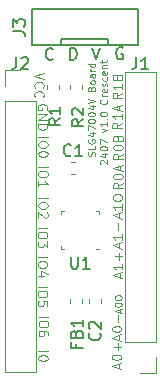
<source format=gto>
G04 #@! TF.GenerationSoftware,KiCad,Pcbnew,(5.1.2)-1*
G04 #@! TF.CreationDate,2024-07-07T09:58:16+09:00*
G04 #@! TF.ProjectId,slg,736c672e-6b69-4636-9164-5f7063625858,v1.0*
G04 #@! TF.SameCoordinates,Original*
G04 #@! TF.FileFunction,Legend,Top*
G04 #@! TF.FilePolarity,Positive*
%FSLAX46Y46*%
G04 Gerber Fmt 4.6, Leading zero omitted, Abs format (unit mm)*
G04 Created by KiCad (PCBNEW (5.1.2)-1) date 2024-07-07 09:58:16*
%MOMM*%
%LPD*%
G04 APERTURE LIST*
%ADD10C,0.120000*%
%ADD11C,0.150000*%
%ADD12R,1.852000X1.702000*%
%ADD13C,0.115147*%
%ADD14C,0.100000*%
%ADD15C,0.302000*%
%ADD16C,0.977000*%
%ADD17O,1.626000X1.902000*%
%ADD18O,1.802000X1.802000*%
%ADD19R,1.802000X1.802000*%
G04 APERTURE END LIST*
D10*
X148552857Y-85818571D02*
X148581428Y-85732857D01*
X148581428Y-85590000D01*
X148552857Y-85532857D01*
X148524285Y-85504285D01*
X148467142Y-85475714D01*
X148410000Y-85475714D01*
X148352857Y-85504285D01*
X148324285Y-85532857D01*
X148295714Y-85590000D01*
X148267142Y-85704285D01*
X148238571Y-85761428D01*
X148210000Y-85790000D01*
X148152857Y-85818571D01*
X148095714Y-85818571D01*
X148038571Y-85790000D01*
X148010000Y-85761428D01*
X147981428Y-85704285D01*
X147981428Y-85561428D01*
X148010000Y-85475714D01*
X148581428Y-84932857D02*
X148581428Y-85218571D01*
X147981428Y-85218571D01*
X148010000Y-84418571D02*
X147981428Y-84475714D01*
X147981428Y-84561428D01*
X148010000Y-84647142D01*
X148067142Y-84704285D01*
X148124285Y-84732857D01*
X148238571Y-84761428D01*
X148324285Y-84761428D01*
X148438571Y-84732857D01*
X148495714Y-84704285D01*
X148552857Y-84647142D01*
X148581428Y-84561428D01*
X148581428Y-84504285D01*
X148552857Y-84418571D01*
X148524285Y-84390000D01*
X148324285Y-84390000D01*
X148324285Y-84504285D01*
X148181428Y-83875714D02*
X148581428Y-83875714D01*
X147952857Y-84018571D02*
X148381428Y-84161428D01*
X148381428Y-83790000D01*
X147981428Y-83618571D02*
X147981428Y-83218571D01*
X148581428Y-83475714D01*
X147981428Y-82875714D02*
X147981428Y-82818571D01*
X148010000Y-82761428D01*
X148038571Y-82732857D01*
X148095714Y-82704285D01*
X148210000Y-82675714D01*
X148352857Y-82675714D01*
X148467142Y-82704285D01*
X148524285Y-82732857D01*
X148552857Y-82761428D01*
X148581428Y-82818571D01*
X148581428Y-82875714D01*
X148552857Y-82932857D01*
X148524285Y-82961428D01*
X148467142Y-82990000D01*
X148352857Y-83018571D01*
X148210000Y-83018571D01*
X148095714Y-82990000D01*
X148038571Y-82961428D01*
X148010000Y-82932857D01*
X147981428Y-82875714D01*
X147981428Y-82304285D02*
X147981428Y-82247142D01*
X148010000Y-82190000D01*
X148038571Y-82161428D01*
X148095714Y-82132857D01*
X148210000Y-82104285D01*
X148352857Y-82104285D01*
X148467142Y-82132857D01*
X148524285Y-82161428D01*
X148552857Y-82190000D01*
X148581428Y-82247142D01*
X148581428Y-82304285D01*
X148552857Y-82361428D01*
X148524285Y-82390000D01*
X148467142Y-82418571D01*
X148352857Y-82447142D01*
X148210000Y-82447142D01*
X148095714Y-82418571D01*
X148038571Y-82390000D01*
X148010000Y-82361428D01*
X147981428Y-82304285D01*
X148181428Y-81590000D02*
X148581428Y-81590000D01*
X147952857Y-81732857D02*
X148381428Y-81875714D01*
X148381428Y-81504285D01*
X147981428Y-81361428D02*
X148581428Y-81161428D01*
X147981428Y-80961428D01*
X148267142Y-80104285D02*
X148295714Y-80018571D01*
X148324285Y-79990000D01*
X148381428Y-79961428D01*
X148467142Y-79961428D01*
X148524285Y-79990000D01*
X148552857Y-80018571D01*
X148581428Y-80075714D01*
X148581428Y-80304285D01*
X147981428Y-80304285D01*
X147981428Y-80104285D01*
X148010000Y-80047142D01*
X148038571Y-80018571D01*
X148095714Y-79990000D01*
X148152857Y-79990000D01*
X148210000Y-80018571D01*
X148238571Y-80047142D01*
X148267142Y-80104285D01*
X148267142Y-80304285D01*
X148581428Y-79618571D02*
X148552857Y-79675714D01*
X148524285Y-79704285D01*
X148467142Y-79732857D01*
X148295714Y-79732857D01*
X148238571Y-79704285D01*
X148210000Y-79675714D01*
X148181428Y-79618571D01*
X148181428Y-79532857D01*
X148210000Y-79475714D01*
X148238571Y-79447142D01*
X148295714Y-79418571D01*
X148467142Y-79418571D01*
X148524285Y-79447142D01*
X148552857Y-79475714D01*
X148581428Y-79532857D01*
X148581428Y-79618571D01*
X148581428Y-78904285D02*
X148267142Y-78904285D01*
X148210000Y-78932857D01*
X148181428Y-78990000D01*
X148181428Y-79104285D01*
X148210000Y-79161428D01*
X148552857Y-78904285D02*
X148581428Y-78961428D01*
X148581428Y-79104285D01*
X148552857Y-79161428D01*
X148495714Y-79190000D01*
X148438571Y-79190000D01*
X148381428Y-79161428D01*
X148352857Y-79104285D01*
X148352857Y-78961428D01*
X148324285Y-78904285D01*
X148581428Y-78618571D02*
X148181428Y-78618571D01*
X148295714Y-78618571D02*
X148238571Y-78590000D01*
X148210000Y-78561428D01*
X148181428Y-78504285D01*
X148181428Y-78447142D01*
X148581428Y-77990000D02*
X147981428Y-77990000D01*
X148552857Y-77990000D02*
X148581428Y-78047142D01*
X148581428Y-78161428D01*
X148552857Y-78218571D01*
X148524285Y-78247142D01*
X148467142Y-78275714D01*
X148295714Y-78275714D01*
X148238571Y-78247142D01*
X148210000Y-78218571D01*
X148181428Y-78161428D01*
X148181428Y-78047142D01*
X148210000Y-77990000D01*
X149058571Y-86490000D02*
X149030000Y-86461428D01*
X149001428Y-86404285D01*
X149001428Y-86261428D01*
X149030000Y-86204285D01*
X149058571Y-86175714D01*
X149115714Y-86147142D01*
X149172857Y-86147142D01*
X149258571Y-86175714D01*
X149601428Y-86518571D01*
X149601428Y-86147142D01*
X149201428Y-85632857D02*
X149601428Y-85632857D01*
X148972857Y-85775714D02*
X149401428Y-85918571D01*
X149401428Y-85547142D01*
X149001428Y-85204285D02*
X149001428Y-85147142D01*
X149030000Y-85090000D01*
X149058571Y-85061428D01*
X149115714Y-85032857D01*
X149230000Y-85004285D01*
X149372857Y-85004285D01*
X149487142Y-85032857D01*
X149544285Y-85061428D01*
X149572857Y-85090000D01*
X149601428Y-85147142D01*
X149601428Y-85204285D01*
X149572857Y-85261428D01*
X149544285Y-85290000D01*
X149487142Y-85318571D01*
X149372857Y-85347142D01*
X149230000Y-85347142D01*
X149115714Y-85318571D01*
X149058571Y-85290000D01*
X149030000Y-85261428D01*
X149001428Y-85204285D01*
X149001428Y-84804285D02*
X149001428Y-84404285D01*
X149601428Y-84661428D01*
X149201428Y-83775714D02*
X149601428Y-83632857D01*
X149201428Y-83490000D01*
X149601428Y-82947142D02*
X149601428Y-83290000D01*
X149601428Y-83118571D02*
X149001428Y-83118571D01*
X149087142Y-83175714D01*
X149144285Y-83232857D01*
X149172857Y-83290000D01*
X149544285Y-82690000D02*
X149572857Y-82661428D01*
X149601428Y-82690000D01*
X149572857Y-82718571D01*
X149544285Y-82690000D01*
X149601428Y-82690000D01*
X149001428Y-82290000D02*
X149001428Y-82232857D01*
X149030000Y-82175714D01*
X149058571Y-82147142D01*
X149115714Y-82118571D01*
X149230000Y-82090000D01*
X149372857Y-82090000D01*
X149487142Y-82118571D01*
X149544285Y-82147142D01*
X149572857Y-82175714D01*
X149601428Y-82232857D01*
X149601428Y-82290000D01*
X149572857Y-82347142D01*
X149544285Y-82375714D01*
X149487142Y-82404285D01*
X149372857Y-82432857D01*
X149230000Y-82432857D01*
X149115714Y-82404285D01*
X149058571Y-82375714D01*
X149030000Y-82347142D01*
X149001428Y-82290000D01*
X149544285Y-81032857D02*
X149572857Y-81061428D01*
X149601428Y-81147142D01*
X149601428Y-81204285D01*
X149572857Y-81290000D01*
X149515714Y-81347142D01*
X149458571Y-81375714D01*
X149344285Y-81404285D01*
X149258571Y-81404285D01*
X149144285Y-81375714D01*
X149087142Y-81347142D01*
X149030000Y-81290000D01*
X149001428Y-81204285D01*
X149001428Y-81147142D01*
X149030000Y-81061428D01*
X149058571Y-81032857D01*
X149601428Y-80775714D02*
X149201428Y-80775714D01*
X149315714Y-80775714D02*
X149258571Y-80747142D01*
X149230000Y-80718571D01*
X149201428Y-80661428D01*
X149201428Y-80604285D01*
X149572857Y-80175714D02*
X149601428Y-80232857D01*
X149601428Y-80347142D01*
X149572857Y-80404285D01*
X149515714Y-80432857D01*
X149287142Y-80432857D01*
X149230000Y-80404285D01*
X149201428Y-80347142D01*
X149201428Y-80232857D01*
X149230000Y-80175714D01*
X149287142Y-80147142D01*
X149344285Y-80147142D01*
X149401428Y-80432857D01*
X149572857Y-79918571D02*
X149601428Y-79861428D01*
X149601428Y-79747142D01*
X149572857Y-79690000D01*
X149515714Y-79661428D01*
X149487142Y-79661428D01*
X149430000Y-79690000D01*
X149401428Y-79747142D01*
X149401428Y-79832857D01*
X149372857Y-79890000D01*
X149315714Y-79918571D01*
X149287142Y-79918571D01*
X149230000Y-79890000D01*
X149201428Y-79832857D01*
X149201428Y-79747142D01*
X149230000Y-79690000D01*
X149572857Y-79147142D02*
X149601428Y-79204285D01*
X149601428Y-79318571D01*
X149572857Y-79375714D01*
X149544285Y-79404285D01*
X149487142Y-79432857D01*
X149315714Y-79432857D01*
X149258571Y-79404285D01*
X149230000Y-79375714D01*
X149201428Y-79318571D01*
X149201428Y-79204285D01*
X149230000Y-79147142D01*
X149572857Y-78661428D02*
X149601428Y-78718571D01*
X149601428Y-78832857D01*
X149572857Y-78890000D01*
X149515714Y-78918571D01*
X149287142Y-78918571D01*
X149230000Y-78890000D01*
X149201428Y-78832857D01*
X149201428Y-78718571D01*
X149230000Y-78661428D01*
X149287142Y-78632857D01*
X149344285Y-78632857D01*
X149401428Y-78918571D01*
X149201428Y-78375714D02*
X149601428Y-78375714D01*
X149258571Y-78375714D02*
X149230000Y-78347142D01*
X149201428Y-78290000D01*
X149201428Y-78204285D01*
X149230000Y-78147142D01*
X149287142Y-78118571D01*
X149601428Y-78118571D01*
X149201428Y-77918571D02*
X149201428Y-77690000D01*
X149001428Y-77832857D02*
X149515714Y-77832857D01*
X149572857Y-77804285D01*
X149601428Y-77747142D01*
X149601428Y-77690000D01*
X150851904Y-80483333D02*
X150470952Y-80750000D01*
X150851904Y-80940476D02*
X150051904Y-80940476D01*
X150051904Y-80635714D01*
X150090000Y-80559523D01*
X150128095Y-80521428D01*
X150204285Y-80483333D01*
X150318571Y-80483333D01*
X150394761Y-80521428D01*
X150432857Y-80559523D01*
X150470952Y-80635714D01*
X150470952Y-80940476D01*
X150851904Y-79721428D02*
X150851904Y-80178571D01*
X150851904Y-79950000D02*
X150051904Y-79950000D01*
X150166190Y-80026190D01*
X150242380Y-80102380D01*
X150280476Y-80178571D01*
X150432857Y-79111904D02*
X150470952Y-78997619D01*
X150509047Y-78959523D01*
X150585238Y-78921428D01*
X150699523Y-78921428D01*
X150775714Y-78959523D01*
X150813809Y-78997619D01*
X150851904Y-79073809D01*
X150851904Y-79378571D01*
X150051904Y-79378571D01*
X150051904Y-79111904D01*
X150090000Y-79035714D01*
X150128095Y-78997619D01*
X150204285Y-78959523D01*
X150280476Y-78959523D01*
X150356666Y-78997619D01*
X150394761Y-79035714D01*
X150432857Y-79111904D01*
X150432857Y-79378571D01*
X150841904Y-82996190D02*
X150460952Y-83262857D01*
X150841904Y-83453333D02*
X150041904Y-83453333D01*
X150041904Y-83148571D01*
X150080000Y-83072380D01*
X150118095Y-83034285D01*
X150194285Y-82996190D01*
X150308571Y-82996190D01*
X150384761Y-83034285D01*
X150422857Y-83072380D01*
X150460952Y-83148571D01*
X150460952Y-83453333D01*
X150841904Y-82234285D02*
X150841904Y-82691428D01*
X150841904Y-82462857D02*
X150041904Y-82462857D01*
X150156190Y-82539047D01*
X150232380Y-82615238D01*
X150270476Y-82691428D01*
X150613333Y-81929523D02*
X150613333Y-81548571D01*
X150841904Y-82005714D02*
X150041904Y-81739047D01*
X150841904Y-81472380D01*
X150921904Y-85643333D02*
X150540952Y-85910000D01*
X150921904Y-86100476D02*
X150121904Y-86100476D01*
X150121904Y-85795714D01*
X150160000Y-85719523D01*
X150198095Y-85681428D01*
X150274285Y-85643333D01*
X150388571Y-85643333D01*
X150464761Y-85681428D01*
X150502857Y-85719523D01*
X150540952Y-85795714D01*
X150540952Y-86100476D01*
X150121904Y-85148095D02*
X150121904Y-85071904D01*
X150160000Y-84995714D01*
X150198095Y-84957619D01*
X150274285Y-84919523D01*
X150426666Y-84881428D01*
X150617142Y-84881428D01*
X150769523Y-84919523D01*
X150845714Y-84957619D01*
X150883809Y-84995714D01*
X150921904Y-85071904D01*
X150921904Y-85148095D01*
X150883809Y-85224285D01*
X150845714Y-85262380D01*
X150769523Y-85300476D01*
X150617142Y-85338571D01*
X150426666Y-85338571D01*
X150274285Y-85300476D01*
X150198095Y-85262380D01*
X150160000Y-85224285D01*
X150121904Y-85148095D01*
X150502857Y-84271904D02*
X150540952Y-84157619D01*
X150579047Y-84119523D01*
X150655238Y-84081428D01*
X150769523Y-84081428D01*
X150845714Y-84119523D01*
X150883809Y-84157619D01*
X150921904Y-84233809D01*
X150921904Y-84538571D01*
X150121904Y-84538571D01*
X150121904Y-84271904D01*
X150160000Y-84195714D01*
X150198095Y-84157619D01*
X150274285Y-84119523D01*
X150350476Y-84119523D01*
X150426666Y-84157619D01*
X150464761Y-84195714D01*
X150502857Y-84271904D01*
X150502857Y-84538571D01*
X150911904Y-88096190D02*
X150530952Y-88362857D01*
X150911904Y-88553333D02*
X150111904Y-88553333D01*
X150111904Y-88248571D01*
X150150000Y-88172380D01*
X150188095Y-88134285D01*
X150264285Y-88096190D01*
X150378571Y-88096190D01*
X150454761Y-88134285D01*
X150492857Y-88172380D01*
X150530952Y-88248571D01*
X150530952Y-88553333D01*
X150111904Y-87600952D02*
X150111904Y-87524761D01*
X150150000Y-87448571D01*
X150188095Y-87410476D01*
X150264285Y-87372380D01*
X150416666Y-87334285D01*
X150607142Y-87334285D01*
X150759523Y-87372380D01*
X150835714Y-87410476D01*
X150873809Y-87448571D01*
X150911904Y-87524761D01*
X150911904Y-87600952D01*
X150873809Y-87677142D01*
X150835714Y-87715238D01*
X150759523Y-87753333D01*
X150607142Y-87791428D01*
X150416666Y-87791428D01*
X150264285Y-87753333D01*
X150188095Y-87715238D01*
X150150000Y-87677142D01*
X150111904Y-87600952D01*
X150683333Y-87029523D02*
X150683333Y-86648571D01*
X150911904Y-87105714D02*
X150111904Y-86839047D01*
X150911904Y-86572380D01*
X150643333Y-91030476D02*
X150643333Y-90649523D01*
X150871904Y-91106666D02*
X150071904Y-90840000D01*
X150871904Y-90573333D01*
X150871904Y-89887619D02*
X150871904Y-90344761D01*
X150871904Y-90116190D02*
X150071904Y-90116190D01*
X150186190Y-90192380D01*
X150262380Y-90268571D01*
X150300476Y-90344761D01*
X150071904Y-89392380D02*
X150071904Y-89240000D01*
X150110000Y-89163809D01*
X150186190Y-89087619D01*
X150338571Y-89049523D01*
X150605238Y-89049523D01*
X150757619Y-89087619D01*
X150833809Y-89163809D01*
X150871904Y-89240000D01*
X150871904Y-89392380D01*
X150833809Y-89468571D01*
X150757619Y-89544761D01*
X150605238Y-89582857D01*
X150338571Y-89582857D01*
X150186190Y-89544761D01*
X150110000Y-89468571D01*
X150071904Y-89392380D01*
X150633333Y-93576666D02*
X150633333Y-93195714D01*
X150861904Y-93652857D02*
X150061904Y-93386190D01*
X150861904Y-93119523D01*
X150861904Y-92433809D02*
X150861904Y-92890952D01*
X150861904Y-92662380D02*
X150061904Y-92662380D01*
X150176190Y-92738571D01*
X150252380Y-92814761D01*
X150290476Y-92890952D01*
X150557142Y-92090952D02*
X150557142Y-91481428D01*
X150653333Y-96106666D02*
X150653333Y-95725714D01*
X150881904Y-96182857D02*
X150081904Y-95916190D01*
X150881904Y-95649523D01*
X150881904Y-94963809D02*
X150881904Y-95420952D01*
X150881904Y-95192380D02*
X150081904Y-95192380D01*
X150196190Y-95268571D01*
X150272380Y-95344761D01*
X150310476Y-95420952D01*
X150577142Y-94620952D02*
X150577142Y-94011428D01*
X150881904Y-94316190D02*
X150272380Y-94316190D01*
X150650000Y-99082857D02*
X150650000Y-98797142D01*
X150821428Y-99140000D02*
X150221428Y-98940000D01*
X150821428Y-98740000D01*
X150221428Y-98425714D02*
X150221428Y-98368571D01*
X150250000Y-98311428D01*
X150278571Y-98282857D01*
X150335714Y-98254285D01*
X150450000Y-98225714D01*
X150592857Y-98225714D01*
X150707142Y-98254285D01*
X150764285Y-98282857D01*
X150792857Y-98311428D01*
X150821428Y-98368571D01*
X150821428Y-98425714D01*
X150792857Y-98482857D01*
X150764285Y-98511428D01*
X150707142Y-98540000D01*
X150592857Y-98568571D01*
X150450000Y-98568571D01*
X150335714Y-98540000D01*
X150278571Y-98511428D01*
X150250000Y-98482857D01*
X150221428Y-98425714D01*
X150221428Y-97854285D02*
X150221428Y-97740000D01*
X150250000Y-97682857D01*
X150307142Y-97625714D01*
X150421428Y-97597142D01*
X150621428Y-97597142D01*
X150735714Y-97625714D01*
X150792857Y-97682857D01*
X150821428Y-97740000D01*
X150821428Y-97854285D01*
X150792857Y-97911428D01*
X150735714Y-97968571D01*
X150621428Y-97997142D01*
X150421428Y-97997142D01*
X150307142Y-97968571D01*
X150250000Y-97911428D01*
X150221428Y-97854285D01*
X150573333Y-101376666D02*
X150573333Y-100995714D01*
X150801904Y-101452857D02*
X150001904Y-101186190D01*
X150801904Y-100919523D01*
X150001904Y-100500476D02*
X150001904Y-100424285D01*
X150040000Y-100348095D01*
X150078095Y-100310000D01*
X150154285Y-100271904D01*
X150306666Y-100233809D01*
X150497142Y-100233809D01*
X150649523Y-100271904D01*
X150725714Y-100310000D01*
X150763809Y-100348095D01*
X150801904Y-100424285D01*
X150801904Y-100500476D01*
X150763809Y-100576666D01*
X150725714Y-100614761D01*
X150649523Y-100652857D01*
X150497142Y-100690952D01*
X150306666Y-100690952D01*
X150154285Y-100652857D01*
X150078095Y-100614761D01*
X150040000Y-100576666D01*
X150001904Y-100500476D01*
X150497142Y-99890952D02*
X150497142Y-99281428D01*
X150563333Y-103766666D02*
X150563333Y-103385714D01*
X150791904Y-103842857D02*
X149991904Y-103576190D01*
X150791904Y-103309523D01*
X149991904Y-102890476D02*
X149991904Y-102814285D01*
X150030000Y-102738095D01*
X150068095Y-102700000D01*
X150144285Y-102661904D01*
X150296666Y-102623809D01*
X150487142Y-102623809D01*
X150639523Y-102661904D01*
X150715714Y-102700000D01*
X150753809Y-102738095D01*
X150791904Y-102814285D01*
X150791904Y-102890476D01*
X150753809Y-102966666D01*
X150715714Y-103004761D01*
X150639523Y-103042857D01*
X150487142Y-103080952D01*
X150296666Y-103080952D01*
X150144285Y-103042857D01*
X150068095Y-103004761D01*
X150030000Y-102966666D01*
X149991904Y-102890476D01*
X150487142Y-102280952D02*
X150487142Y-101671428D01*
X150791904Y-101976190D02*
X150182380Y-101976190D01*
X143768095Y-102359047D02*
X144568095Y-102359047D01*
X144568095Y-102892380D02*
X144568095Y-102968571D01*
X144530000Y-103044761D01*
X144491904Y-103082857D01*
X144415714Y-103120952D01*
X144263333Y-103159047D01*
X144072857Y-103159047D01*
X143920476Y-103120952D01*
X143844285Y-103082857D01*
X143806190Y-103044761D01*
X143768095Y-102968571D01*
X143768095Y-102892380D01*
X143806190Y-102816190D01*
X143844285Y-102778095D01*
X143920476Y-102740000D01*
X144072857Y-102701904D01*
X144263333Y-102701904D01*
X144415714Y-102740000D01*
X144491904Y-102778095D01*
X144530000Y-102816190D01*
X144568095Y-102892380D01*
X143788095Y-99420000D02*
X144588095Y-99420000D01*
X144588095Y-99953333D02*
X144588095Y-100105714D01*
X144550000Y-100181904D01*
X144473809Y-100258095D01*
X144321428Y-100296190D01*
X144054761Y-100296190D01*
X143902380Y-100258095D01*
X143826190Y-100181904D01*
X143788095Y-100105714D01*
X143788095Y-99953333D01*
X143826190Y-99877142D01*
X143902380Y-99800952D01*
X144054761Y-99762857D01*
X144321428Y-99762857D01*
X144473809Y-99800952D01*
X144550000Y-99877142D01*
X144588095Y-99953333D01*
X144588095Y-100981904D02*
X144588095Y-100829523D01*
X144550000Y-100753333D01*
X144511904Y-100715238D01*
X144397619Y-100639047D01*
X144245238Y-100600952D01*
X143940476Y-100600952D01*
X143864285Y-100639047D01*
X143826190Y-100677142D01*
X143788095Y-100753333D01*
X143788095Y-100905714D01*
X143826190Y-100981904D01*
X143864285Y-101020000D01*
X143940476Y-101058095D01*
X144130952Y-101058095D01*
X144207142Y-101020000D01*
X144245238Y-100981904D01*
X144283333Y-100905714D01*
X144283333Y-100753333D01*
X144245238Y-100677142D01*
X144207142Y-100639047D01*
X144130952Y-100600952D01*
X143738095Y-96880000D02*
X144538095Y-96880000D01*
X144538095Y-97413333D02*
X144538095Y-97565714D01*
X144500000Y-97641904D01*
X144423809Y-97718095D01*
X144271428Y-97756190D01*
X144004761Y-97756190D01*
X143852380Y-97718095D01*
X143776190Y-97641904D01*
X143738095Y-97565714D01*
X143738095Y-97413333D01*
X143776190Y-97337142D01*
X143852380Y-97260952D01*
X144004761Y-97222857D01*
X144271428Y-97222857D01*
X144423809Y-97260952D01*
X144500000Y-97337142D01*
X144538095Y-97413333D01*
X144538095Y-98480000D02*
X144538095Y-98099047D01*
X144157142Y-98060952D01*
X144195238Y-98099047D01*
X144233333Y-98175238D01*
X144233333Y-98365714D01*
X144195238Y-98441904D01*
X144157142Y-98480000D01*
X144080952Y-98518095D01*
X143890476Y-98518095D01*
X143814285Y-98480000D01*
X143776190Y-98441904D01*
X143738095Y-98365714D01*
X143738095Y-98175238D01*
X143776190Y-98099047D01*
X143814285Y-98060952D01*
X143738095Y-94400000D02*
X144538095Y-94400000D01*
X144538095Y-94933333D02*
X144538095Y-95085714D01*
X144500000Y-95161904D01*
X144423809Y-95238095D01*
X144271428Y-95276190D01*
X144004761Y-95276190D01*
X143852380Y-95238095D01*
X143776190Y-95161904D01*
X143738095Y-95085714D01*
X143738095Y-94933333D01*
X143776190Y-94857142D01*
X143852380Y-94780952D01*
X144004761Y-94742857D01*
X144271428Y-94742857D01*
X144423809Y-94780952D01*
X144500000Y-94857142D01*
X144538095Y-94933333D01*
X144271428Y-95961904D02*
X143738095Y-95961904D01*
X144576190Y-95771428D02*
X144004761Y-95580952D01*
X144004761Y-96076190D01*
X143738095Y-91880000D02*
X144538095Y-91880000D01*
X144538095Y-92413333D02*
X144538095Y-92565714D01*
X144500000Y-92641904D01*
X144423809Y-92718095D01*
X144271428Y-92756190D01*
X144004761Y-92756190D01*
X143852380Y-92718095D01*
X143776190Y-92641904D01*
X143738095Y-92565714D01*
X143738095Y-92413333D01*
X143776190Y-92337142D01*
X143852380Y-92260952D01*
X144004761Y-92222857D01*
X144271428Y-92222857D01*
X144423809Y-92260952D01*
X144500000Y-92337142D01*
X144538095Y-92413333D01*
X144538095Y-93022857D02*
X144538095Y-93518095D01*
X144233333Y-93251428D01*
X144233333Y-93365714D01*
X144195238Y-93441904D01*
X144157142Y-93480000D01*
X144080952Y-93518095D01*
X143890476Y-93518095D01*
X143814285Y-93480000D01*
X143776190Y-93441904D01*
X143738095Y-93365714D01*
X143738095Y-93137142D01*
X143776190Y-93060952D01*
X143814285Y-93022857D01*
X143768095Y-89390000D02*
X144568095Y-89390000D01*
X144568095Y-89923333D02*
X144568095Y-90075714D01*
X144530000Y-90151904D01*
X144453809Y-90228095D01*
X144301428Y-90266190D01*
X144034761Y-90266190D01*
X143882380Y-90228095D01*
X143806190Y-90151904D01*
X143768095Y-90075714D01*
X143768095Y-89923333D01*
X143806190Y-89847142D01*
X143882380Y-89770952D01*
X144034761Y-89732857D01*
X144301428Y-89732857D01*
X144453809Y-89770952D01*
X144530000Y-89847142D01*
X144568095Y-89923333D01*
X144491904Y-90570952D02*
X144530000Y-90609047D01*
X144568095Y-90685238D01*
X144568095Y-90875714D01*
X144530000Y-90951904D01*
X144491904Y-90990000D01*
X144415714Y-91028095D01*
X144339523Y-91028095D01*
X144225238Y-90990000D01*
X143768095Y-90532857D01*
X143768095Y-91028095D01*
X143758095Y-86740000D02*
X144558095Y-86740000D01*
X144558095Y-87273333D02*
X144558095Y-87425714D01*
X144520000Y-87501904D01*
X144443809Y-87578095D01*
X144291428Y-87616190D01*
X144024761Y-87616190D01*
X143872380Y-87578095D01*
X143796190Y-87501904D01*
X143758095Y-87425714D01*
X143758095Y-87273333D01*
X143796190Y-87197142D01*
X143872380Y-87120952D01*
X144024761Y-87082857D01*
X144291428Y-87082857D01*
X144443809Y-87120952D01*
X144520000Y-87197142D01*
X144558095Y-87273333D01*
X143758095Y-88378095D02*
X143758095Y-87920952D01*
X143758095Y-88149523D02*
X144558095Y-88149523D01*
X144443809Y-88073333D01*
X144367619Y-87997142D01*
X144329523Y-87920952D01*
X143768095Y-84230000D02*
X144568095Y-84230000D01*
X144568095Y-84763333D02*
X144568095Y-84915714D01*
X144530000Y-84991904D01*
X144453809Y-85068095D01*
X144301428Y-85106190D01*
X144034761Y-85106190D01*
X143882380Y-85068095D01*
X143806190Y-84991904D01*
X143768095Y-84915714D01*
X143768095Y-84763333D01*
X143806190Y-84687142D01*
X143882380Y-84610952D01*
X144034761Y-84572857D01*
X144301428Y-84572857D01*
X144453809Y-84610952D01*
X144530000Y-84687142D01*
X144568095Y-84763333D01*
X144568095Y-85601428D02*
X144568095Y-85677619D01*
X144530000Y-85753809D01*
X144491904Y-85791904D01*
X144415714Y-85830000D01*
X144263333Y-85868095D01*
X144072857Y-85868095D01*
X143920476Y-85830000D01*
X143844285Y-85791904D01*
X143806190Y-85753809D01*
X143768095Y-85677619D01*
X143768095Y-85601428D01*
X143806190Y-85525238D01*
X143844285Y-85487142D01*
X143920476Y-85449047D01*
X144072857Y-85410952D01*
X144263333Y-85410952D01*
X144415714Y-85449047D01*
X144491904Y-85487142D01*
X144530000Y-85525238D01*
X144568095Y-85601428D01*
X144470000Y-81900476D02*
X144508095Y-81824285D01*
X144508095Y-81710000D01*
X144470000Y-81595714D01*
X144393809Y-81519523D01*
X144317619Y-81481428D01*
X144165238Y-81443333D01*
X144050952Y-81443333D01*
X143898571Y-81481428D01*
X143822380Y-81519523D01*
X143746190Y-81595714D01*
X143708095Y-81710000D01*
X143708095Y-81786190D01*
X143746190Y-81900476D01*
X143784285Y-81938571D01*
X144050952Y-81938571D01*
X144050952Y-81786190D01*
X143708095Y-82281428D02*
X144508095Y-82281428D01*
X143708095Y-82738571D01*
X144508095Y-82738571D01*
X143708095Y-83119523D02*
X144508095Y-83119523D01*
X144508095Y-83310000D01*
X144470000Y-83424285D01*
X144393809Y-83500476D01*
X144317619Y-83538571D01*
X144165238Y-83576666D01*
X144050952Y-83576666D01*
X143898571Y-83538571D01*
X143822380Y-83500476D01*
X143746190Y-83424285D01*
X143708095Y-83310000D01*
X143708095Y-83119523D01*
X144238095Y-78763333D02*
X143438095Y-79030000D01*
X144238095Y-79296666D01*
X143514285Y-80020476D02*
X143476190Y-79982380D01*
X143438095Y-79868095D01*
X143438095Y-79791904D01*
X143476190Y-79677619D01*
X143552380Y-79601428D01*
X143628571Y-79563333D01*
X143780952Y-79525238D01*
X143895238Y-79525238D01*
X144047619Y-79563333D01*
X144123809Y-79601428D01*
X144200000Y-79677619D01*
X144238095Y-79791904D01*
X144238095Y-79868095D01*
X144200000Y-79982380D01*
X144161904Y-80020476D01*
X143514285Y-80820476D02*
X143476190Y-80782380D01*
X143438095Y-80668095D01*
X143438095Y-80591904D01*
X143476190Y-80477619D01*
X143552380Y-80401428D01*
X143628571Y-80363333D01*
X143780952Y-80325238D01*
X143895238Y-80325238D01*
X144047619Y-80363333D01*
X144123809Y-80401428D01*
X144200000Y-80477619D01*
X144238095Y-80591904D01*
X144238095Y-80668095D01*
X144200000Y-80782380D01*
X144161904Y-80820476D01*
X148680000Y-93685000D02*
X148930000Y-93685000D01*
X145710000Y-90465000D02*
X145710000Y-90715000D01*
X145960000Y-90465000D02*
X145710000Y-90465000D01*
X148930000Y-90465000D02*
X148930000Y-90715000D01*
X148680000Y-90465000D02*
X148930000Y-90465000D01*
X145710000Y-93685000D02*
X145710000Y-93435000D01*
X145960000Y-93685000D02*
X145710000Y-93685000D01*
X147510000Y-80162779D02*
X147510000Y-79837221D01*
X146490000Y-80162779D02*
X146490000Y-79837221D01*
X145510000Y-80162779D02*
X145510000Y-79837221D01*
X144490000Y-80162779D02*
X144490000Y-79837221D01*
D11*
X152200000Y-76400000D02*
X147700000Y-76400000D01*
X152200000Y-73400000D02*
X152200000Y-76400000D01*
X143200000Y-73400000D02*
X152200000Y-73400000D01*
X143200000Y-76400000D02*
X143200000Y-73400000D01*
X147700000Y-76400000D02*
X143200000Y-76400000D01*
X145700000Y-75900000D02*
X145700000Y-76400000D01*
X149700000Y-75900000D02*
X145700000Y-75900000D01*
X149700000Y-76400000D02*
X149700000Y-75900000D01*
D10*
X140910000Y-78560000D02*
X142240000Y-78560000D01*
X140910000Y-79890000D02*
X140910000Y-78560000D01*
X140910000Y-81160000D02*
X143570000Y-81160000D01*
X143570000Y-81160000D02*
X143570000Y-104080000D01*
X140910000Y-81160000D02*
X140910000Y-104080000D01*
X140910000Y-104080000D02*
X143570000Y-104080000D01*
X153730000Y-104200000D02*
X152400000Y-104200000D01*
X153730000Y-102870000D02*
X153730000Y-104200000D01*
X153730000Y-101600000D02*
X151070000Y-101600000D01*
X151070000Y-101600000D02*
X151070000Y-78680000D01*
X153730000Y-101600000D02*
X153730000Y-78680000D01*
X153730000Y-78680000D02*
X151070000Y-78680000D01*
X147510000Y-98262779D02*
X147510000Y-97937221D01*
X146490000Y-98262779D02*
X146490000Y-97937221D01*
X148090000Y-97937221D02*
X148090000Y-98262779D01*
X149110000Y-97937221D02*
X149110000Y-98262779D01*
X146537221Y-87310000D02*
X146862779Y-87310000D01*
X146537221Y-86290000D02*
X146862779Y-86290000D01*
D11*
X146558095Y-94347380D02*
X146558095Y-95156904D01*
X146605714Y-95252142D01*
X146653333Y-95299761D01*
X146748571Y-95347380D01*
X146939047Y-95347380D01*
X147034285Y-95299761D01*
X147081904Y-95252142D01*
X147129523Y-95156904D01*
X147129523Y-94347380D01*
X148129523Y-95347380D02*
X147558095Y-95347380D01*
X147843809Y-95347380D02*
X147843809Y-94347380D01*
X147748571Y-94490238D01*
X147653333Y-94585476D01*
X147558095Y-94633095D01*
X147592380Y-82716666D02*
X147116190Y-83050000D01*
X147592380Y-83288095D02*
X146592380Y-83288095D01*
X146592380Y-82907142D01*
X146640000Y-82811904D01*
X146687619Y-82764285D01*
X146782857Y-82716666D01*
X146925714Y-82716666D01*
X147020952Y-82764285D01*
X147068571Y-82811904D01*
X147116190Y-82907142D01*
X147116190Y-83288095D01*
X146687619Y-82335714D02*
X146640000Y-82288095D01*
X146592380Y-82192857D01*
X146592380Y-81954761D01*
X146640000Y-81859523D01*
X146687619Y-81811904D01*
X146782857Y-81764285D01*
X146878095Y-81764285D01*
X147020952Y-81811904D01*
X147592380Y-82383333D01*
X147592380Y-81764285D01*
X145632380Y-82636666D02*
X145156190Y-82970000D01*
X145632380Y-83208095D02*
X144632380Y-83208095D01*
X144632380Y-82827142D01*
X144680000Y-82731904D01*
X144727619Y-82684285D01*
X144822857Y-82636666D01*
X144965714Y-82636666D01*
X145060952Y-82684285D01*
X145108571Y-82731904D01*
X145156190Y-82827142D01*
X145156190Y-83208095D01*
X145632380Y-81684285D02*
X145632380Y-82255714D01*
X145632380Y-81970000D02*
X144632380Y-81970000D01*
X144775238Y-82065238D01*
X144870476Y-82160476D01*
X144918095Y-82255714D01*
X141612380Y-75233333D02*
X142326666Y-75233333D01*
X142469523Y-75280952D01*
X142564761Y-75376190D01*
X142612380Y-75519047D01*
X142612380Y-75614285D01*
X141612380Y-74852380D02*
X141612380Y-74233333D01*
X141993333Y-74566666D01*
X141993333Y-74423809D01*
X142040952Y-74328571D01*
X142088571Y-74280952D01*
X142183809Y-74233333D01*
X142421904Y-74233333D01*
X142517142Y-74280952D01*
X142564761Y-74328571D01*
X142612380Y-74423809D01*
X142612380Y-74709523D01*
X142564761Y-74804761D01*
X142517142Y-74852380D01*
X150921904Y-76670000D02*
X150826666Y-76622380D01*
X150683809Y-76622380D01*
X150540952Y-76670000D01*
X150445714Y-76765238D01*
X150398095Y-76860476D01*
X150350476Y-77050952D01*
X150350476Y-77193809D01*
X150398095Y-77384285D01*
X150445714Y-77479523D01*
X150540952Y-77574761D01*
X150683809Y-77622380D01*
X150779047Y-77622380D01*
X150921904Y-77574761D01*
X150969523Y-77527142D01*
X150969523Y-77193809D01*
X150779047Y-77193809D01*
X148336666Y-76642380D02*
X148670000Y-77642380D01*
X149003333Y-76642380D01*
X146448095Y-77662380D02*
X146448095Y-76662380D01*
X146686190Y-76662380D01*
X146829047Y-76710000D01*
X146924285Y-76805238D01*
X146971904Y-76900476D01*
X147019523Y-77090952D01*
X147019523Y-77233809D01*
X146971904Y-77424285D01*
X146924285Y-77519523D01*
X146829047Y-77614761D01*
X146686190Y-77662380D01*
X146448095Y-77662380D01*
X144999523Y-77587142D02*
X144951904Y-77634761D01*
X144809047Y-77682380D01*
X144713809Y-77682380D01*
X144570952Y-77634761D01*
X144475714Y-77539523D01*
X144428095Y-77444285D01*
X144380476Y-77253809D01*
X144380476Y-77110952D01*
X144428095Y-76920476D01*
X144475714Y-76825238D01*
X144570952Y-76730000D01*
X144713809Y-76682380D01*
X144809047Y-76682380D01*
X144951904Y-76730000D01*
X144999523Y-76777619D01*
X141906666Y-77452380D02*
X141906666Y-78166666D01*
X141859047Y-78309523D01*
X141763809Y-78404761D01*
X141620952Y-78452380D01*
X141525714Y-78452380D01*
X142335238Y-77547619D02*
X142382857Y-77500000D01*
X142478095Y-77452380D01*
X142716190Y-77452380D01*
X142811428Y-77500000D01*
X142859047Y-77547619D01*
X142906666Y-77642857D01*
X142906666Y-77738095D01*
X142859047Y-77880952D01*
X142287619Y-78452380D01*
X142906666Y-78452380D01*
X152066666Y-77452380D02*
X152066666Y-78166666D01*
X152019047Y-78309523D01*
X151923809Y-78404761D01*
X151780952Y-78452380D01*
X151685714Y-78452380D01*
X153066666Y-78452380D02*
X152495238Y-78452380D01*
X152780952Y-78452380D02*
X152780952Y-77452380D01*
X152685714Y-77595238D01*
X152590476Y-77690476D01*
X152495238Y-77738095D01*
X146988571Y-101708333D02*
X146988571Y-102041666D01*
X147512380Y-102041666D02*
X146512380Y-102041666D01*
X146512380Y-101565476D01*
X146988571Y-100851190D02*
X147036190Y-100708333D01*
X147083809Y-100660714D01*
X147179047Y-100613095D01*
X147321904Y-100613095D01*
X147417142Y-100660714D01*
X147464761Y-100708333D01*
X147512380Y-100803571D01*
X147512380Y-101184523D01*
X146512380Y-101184523D01*
X146512380Y-100851190D01*
X146560000Y-100755952D01*
X146607619Y-100708333D01*
X146702857Y-100660714D01*
X146798095Y-100660714D01*
X146893333Y-100708333D01*
X146940952Y-100755952D01*
X146988571Y-100851190D01*
X146988571Y-101184523D01*
X147512380Y-99660714D02*
X147512380Y-100232142D01*
X147512380Y-99946428D02*
X146512380Y-99946428D01*
X146655238Y-100041666D01*
X146750476Y-100136904D01*
X146798095Y-100232142D01*
X148957142Y-100806666D02*
X149004761Y-100854285D01*
X149052380Y-100997142D01*
X149052380Y-101092380D01*
X149004761Y-101235238D01*
X148909523Y-101330476D01*
X148814285Y-101378095D01*
X148623809Y-101425714D01*
X148480952Y-101425714D01*
X148290476Y-101378095D01*
X148195238Y-101330476D01*
X148100000Y-101235238D01*
X148052380Y-101092380D01*
X148052380Y-100997142D01*
X148100000Y-100854285D01*
X148147619Y-100806666D01*
X148147619Y-100425714D02*
X148100000Y-100378095D01*
X148052380Y-100282857D01*
X148052380Y-100044761D01*
X148100000Y-99949523D01*
X148147619Y-99901904D01*
X148242857Y-99854285D01*
X148338095Y-99854285D01*
X148480952Y-99901904D01*
X149052380Y-100473333D01*
X149052380Y-99854285D01*
X146533333Y-85727142D02*
X146485714Y-85774761D01*
X146342857Y-85822380D01*
X146247619Y-85822380D01*
X146104761Y-85774761D01*
X146009523Y-85679523D01*
X145961904Y-85584285D01*
X145914285Y-85393809D01*
X145914285Y-85250952D01*
X145961904Y-85060476D01*
X146009523Y-84965238D01*
X146104761Y-84870000D01*
X146247619Y-84822380D01*
X146342857Y-84822380D01*
X146485714Y-84870000D01*
X146533333Y-84917619D01*
X147485714Y-85822380D02*
X146914285Y-85822380D01*
X147200000Y-85822380D02*
X147200000Y-84822380D01*
X147104761Y-84965238D01*
X147009523Y-85060476D01*
X146914285Y-85108095D01*
%LPC*%
D12*
X147320000Y-92075000D03*
D13*
X148320000Y-93575000D03*
D14*
G36*
X148254999Y-94000754D02*
G01*
X148247195Y-93999985D01*
X148237392Y-93998035D01*
X148229889Y-93995759D01*
X148220655Y-93991935D01*
X148213739Y-93988239D01*
X148205420Y-93982680D01*
X148199359Y-93977705D01*
X148192295Y-93970641D01*
X148187320Y-93964580D01*
X148181761Y-93956261D01*
X148178065Y-93949345D01*
X148174241Y-93940111D01*
X148171965Y-93932608D01*
X148170015Y-93922805D01*
X148169246Y-93915001D01*
X148169000Y-93910000D01*
X148169000Y-93240000D01*
X148169246Y-93234999D01*
X148170015Y-93227195D01*
X148171965Y-93217392D01*
X148174241Y-93209889D01*
X148178065Y-93200655D01*
X148181761Y-93193739D01*
X148187320Y-93185420D01*
X148192295Y-93179359D01*
X148199359Y-93172295D01*
X148205420Y-93167320D01*
X148213739Y-93161761D01*
X148220655Y-93158065D01*
X148229889Y-93154241D01*
X148237392Y-93151965D01*
X148247195Y-93150015D01*
X148254999Y-93149246D01*
X148260000Y-93149000D01*
X148283431Y-93149000D01*
X148288432Y-93149246D01*
X148296236Y-93150015D01*
X148306039Y-93151965D01*
X148313542Y-93154241D01*
X148322776Y-93158065D01*
X148329692Y-93161761D01*
X148338011Y-93167320D01*
X148344072Y-93172295D01*
X148347777Y-93175654D01*
X148444346Y-93272223D01*
X148447705Y-93275928D01*
X148452680Y-93281989D01*
X148458239Y-93290308D01*
X148461935Y-93297224D01*
X148465759Y-93306458D01*
X148468035Y-93313961D01*
X148469985Y-93323764D01*
X148470754Y-93331568D01*
X148471000Y-93336569D01*
X148471000Y-93910000D01*
X148470754Y-93915001D01*
X148469985Y-93922805D01*
X148468035Y-93932608D01*
X148465759Y-93940111D01*
X148461935Y-93949345D01*
X148458239Y-93956261D01*
X148452680Y-93964580D01*
X148447705Y-93970641D01*
X148440641Y-93977705D01*
X148434580Y-93982680D01*
X148426261Y-93988239D01*
X148419345Y-93991935D01*
X148410111Y-93995759D01*
X148402608Y-93998035D01*
X148392805Y-93999985D01*
X148385001Y-94000754D01*
X148380000Y-94001000D01*
X148260000Y-94001000D01*
X148254999Y-94000754D01*
X148254999Y-94000754D01*
G37*
G36*
X148002900Y-93149364D02*
G01*
X148010229Y-93150451D01*
X148017416Y-93152251D01*
X148024393Y-93154747D01*
X148031090Y-93157915D01*
X148037446Y-93161724D01*
X148043397Y-93166138D01*
X148048887Y-93171113D01*
X148053862Y-93176603D01*
X148058276Y-93182554D01*
X148062085Y-93188910D01*
X148065253Y-93195607D01*
X148067749Y-93202584D01*
X148069549Y-93209771D01*
X148070636Y-93217100D01*
X148071000Y-93224500D01*
X148071000Y-93925500D01*
X148070636Y-93932900D01*
X148069549Y-93940229D01*
X148067749Y-93947416D01*
X148065253Y-93954393D01*
X148062085Y-93961090D01*
X148058276Y-93967446D01*
X148053862Y-93973397D01*
X148048887Y-93978887D01*
X148043397Y-93983862D01*
X148037446Y-93988276D01*
X148031090Y-93992085D01*
X148024393Y-93995253D01*
X148017416Y-93997749D01*
X148010229Y-93999549D01*
X148002900Y-94000636D01*
X147995500Y-94001000D01*
X147844500Y-94001000D01*
X147837100Y-94000636D01*
X147829771Y-93999549D01*
X147822584Y-93997749D01*
X147815607Y-93995253D01*
X147808910Y-93992085D01*
X147802554Y-93988276D01*
X147796603Y-93983862D01*
X147791113Y-93978887D01*
X147786138Y-93973397D01*
X147781724Y-93967446D01*
X147777915Y-93961090D01*
X147774747Y-93954393D01*
X147772251Y-93947416D01*
X147770451Y-93940229D01*
X147769364Y-93932900D01*
X147769000Y-93925500D01*
X147769000Y-93224500D01*
X147769364Y-93217100D01*
X147770451Y-93209771D01*
X147772251Y-93202584D01*
X147774747Y-93195607D01*
X147777915Y-93188910D01*
X147781724Y-93182554D01*
X147786138Y-93176603D01*
X147791113Y-93171113D01*
X147796603Y-93166138D01*
X147802554Y-93161724D01*
X147808910Y-93157915D01*
X147815607Y-93154747D01*
X147822584Y-93152251D01*
X147829771Y-93150451D01*
X147837100Y-93149364D01*
X147844500Y-93149000D01*
X147995500Y-93149000D01*
X148002900Y-93149364D01*
X148002900Y-93149364D01*
G37*
D15*
X147920000Y-93575000D03*
D14*
G36*
X147602900Y-93149364D02*
G01*
X147610229Y-93150451D01*
X147617416Y-93152251D01*
X147624393Y-93154747D01*
X147631090Y-93157915D01*
X147637446Y-93161724D01*
X147643397Y-93166138D01*
X147648887Y-93171113D01*
X147653862Y-93176603D01*
X147658276Y-93182554D01*
X147662085Y-93188910D01*
X147665253Y-93195607D01*
X147667749Y-93202584D01*
X147669549Y-93209771D01*
X147670636Y-93217100D01*
X147671000Y-93224500D01*
X147671000Y-93925500D01*
X147670636Y-93932900D01*
X147669549Y-93940229D01*
X147667749Y-93947416D01*
X147665253Y-93954393D01*
X147662085Y-93961090D01*
X147658276Y-93967446D01*
X147653862Y-93973397D01*
X147648887Y-93978887D01*
X147643397Y-93983862D01*
X147637446Y-93988276D01*
X147631090Y-93992085D01*
X147624393Y-93995253D01*
X147617416Y-93997749D01*
X147610229Y-93999549D01*
X147602900Y-94000636D01*
X147595500Y-94001000D01*
X147444500Y-94001000D01*
X147437100Y-94000636D01*
X147429771Y-93999549D01*
X147422584Y-93997749D01*
X147415607Y-93995253D01*
X147408910Y-93992085D01*
X147402554Y-93988276D01*
X147396603Y-93983862D01*
X147391113Y-93978887D01*
X147386138Y-93973397D01*
X147381724Y-93967446D01*
X147377915Y-93961090D01*
X147374747Y-93954393D01*
X147372251Y-93947416D01*
X147370451Y-93940229D01*
X147369364Y-93932900D01*
X147369000Y-93925500D01*
X147369000Y-93224500D01*
X147369364Y-93217100D01*
X147370451Y-93209771D01*
X147372251Y-93202584D01*
X147374747Y-93195607D01*
X147377915Y-93188910D01*
X147381724Y-93182554D01*
X147386138Y-93176603D01*
X147391113Y-93171113D01*
X147396603Y-93166138D01*
X147402554Y-93161724D01*
X147408910Y-93157915D01*
X147415607Y-93154747D01*
X147422584Y-93152251D01*
X147429771Y-93150451D01*
X147437100Y-93149364D01*
X147444500Y-93149000D01*
X147595500Y-93149000D01*
X147602900Y-93149364D01*
X147602900Y-93149364D01*
G37*
D15*
X147520000Y-93575000D03*
D14*
G36*
X147202900Y-93149364D02*
G01*
X147210229Y-93150451D01*
X147217416Y-93152251D01*
X147224393Y-93154747D01*
X147231090Y-93157915D01*
X147237446Y-93161724D01*
X147243397Y-93166138D01*
X147248887Y-93171113D01*
X147253862Y-93176603D01*
X147258276Y-93182554D01*
X147262085Y-93188910D01*
X147265253Y-93195607D01*
X147267749Y-93202584D01*
X147269549Y-93209771D01*
X147270636Y-93217100D01*
X147271000Y-93224500D01*
X147271000Y-93925500D01*
X147270636Y-93932900D01*
X147269549Y-93940229D01*
X147267749Y-93947416D01*
X147265253Y-93954393D01*
X147262085Y-93961090D01*
X147258276Y-93967446D01*
X147253862Y-93973397D01*
X147248887Y-93978887D01*
X147243397Y-93983862D01*
X147237446Y-93988276D01*
X147231090Y-93992085D01*
X147224393Y-93995253D01*
X147217416Y-93997749D01*
X147210229Y-93999549D01*
X147202900Y-94000636D01*
X147195500Y-94001000D01*
X147044500Y-94001000D01*
X147037100Y-94000636D01*
X147029771Y-93999549D01*
X147022584Y-93997749D01*
X147015607Y-93995253D01*
X147008910Y-93992085D01*
X147002554Y-93988276D01*
X146996603Y-93983862D01*
X146991113Y-93978887D01*
X146986138Y-93973397D01*
X146981724Y-93967446D01*
X146977915Y-93961090D01*
X146974747Y-93954393D01*
X146972251Y-93947416D01*
X146970451Y-93940229D01*
X146969364Y-93932900D01*
X146969000Y-93925500D01*
X146969000Y-93224500D01*
X146969364Y-93217100D01*
X146970451Y-93209771D01*
X146972251Y-93202584D01*
X146974747Y-93195607D01*
X146977915Y-93188910D01*
X146981724Y-93182554D01*
X146986138Y-93176603D01*
X146991113Y-93171113D01*
X146996603Y-93166138D01*
X147002554Y-93161724D01*
X147008910Y-93157915D01*
X147015607Y-93154747D01*
X147022584Y-93152251D01*
X147029771Y-93150451D01*
X147037100Y-93149364D01*
X147044500Y-93149000D01*
X147195500Y-93149000D01*
X147202900Y-93149364D01*
X147202900Y-93149364D01*
G37*
D15*
X147120000Y-93575000D03*
D14*
G36*
X146802900Y-93149364D02*
G01*
X146810229Y-93150451D01*
X146817416Y-93152251D01*
X146824393Y-93154747D01*
X146831090Y-93157915D01*
X146837446Y-93161724D01*
X146843397Y-93166138D01*
X146848887Y-93171113D01*
X146853862Y-93176603D01*
X146858276Y-93182554D01*
X146862085Y-93188910D01*
X146865253Y-93195607D01*
X146867749Y-93202584D01*
X146869549Y-93209771D01*
X146870636Y-93217100D01*
X146871000Y-93224500D01*
X146871000Y-93925500D01*
X146870636Y-93932900D01*
X146869549Y-93940229D01*
X146867749Y-93947416D01*
X146865253Y-93954393D01*
X146862085Y-93961090D01*
X146858276Y-93967446D01*
X146853862Y-93973397D01*
X146848887Y-93978887D01*
X146843397Y-93983862D01*
X146837446Y-93988276D01*
X146831090Y-93992085D01*
X146824393Y-93995253D01*
X146817416Y-93997749D01*
X146810229Y-93999549D01*
X146802900Y-94000636D01*
X146795500Y-94001000D01*
X146644500Y-94001000D01*
X146637100Y-94000636D01*
X146629771Y-93999549D01*
X146622584Y-93997749D01*
X146615607Y-93995253D01*
X146608910Y-93992085D01*
X146602554Y-93988276D01*
X146596603Y-93983862D01*
X146591113Y-93978887D01*
X146586138Y-93973397D01*
X146581724Y-93967446D01*
X146577915Y-93961090D01*
X146574747Y-93954393D01*
X146572251Y-93947416D01*
X146570451Y-93940229D01*
X146569364Y-93932900D01*
X146569000Y-93925500D01*
X146569000Y-93224500D01*
X146569364Y-93217100D01*
X146570451Y-93209771D01*
X146572251Y-93202584D01*
X146574747Y-93195607D01*
X146577915Y-93188910D01*
X146581724Y-93182554D01*
X146586138Y-93176603D01*
X146591113Y-93171113D01*
X146596603Y-93166138D01*
X146602554Y-93161724D01*
X146608910Y-93157915D01*
X146615607Y-93154747D01*
X146622584Y-93152251D01*
X146629771Y-93150451D01*
X146637100Y-93149364D01*
X146644500Y-93149000D01*
X146795500Y-93149000D01*
X146802900Y-93149364D01*
X146802900Y-93149364D01*
G37*
D15*
X146720000Y-93575000D03*
D13*
X146320000Y-93575000D03*
D14*
G36*
X146254999Y-94000754D02*
G01*
X146247195Y-93999985D01*
X146237392Y-93998035D01*
X146229889Y-93995759D01*
X146220655Y-93991935D01*
X146213739Y-93988239D01*
X146205420Y-93982680D01*
X146199359Y-93977705D01*
X146192295Y-93970641D01*
X146187320Y-93964580D01*
X146181761Y-93956261D01*
X146178065Y-93949345D01*
X146174241Y-93940111D01*
X146171965Y-93932608D01*
X146170015Y-93922805D01*
X146169246Y-93915001D01*
X146169000Y-93910000D01*
X146169000Y-93336569D01*
X146169246Y-93331568D01*
X146170015Y-93323764D01*
X146171965Y-93313961D01*
X146174241Y-93306458D01*
X146178065Y-93297224D01*
X146181761Y-93290308D01*
X146187320Y-93281989D01*
X146192295Y-93275928D01*
X146195654Y-93272223D01*
X146292223Y-93175654D01*
X146295928Y-93172295D01*
X146301989Y-93167320D01*
X146310308Y-93161761D01*
X146317224Y-93158065D01*
X146326458Y-93154241D01*
X146333961Y-93151965D01*
X146343764Y-93150015D01*
X146351568Y-93149246D01*
X146356569Y-93149000D01*
X146380000Y-93149000D01*
X146385001Y-93149246D01*
X146392805Y-93150015D01*
X146402608Y-93151965D01*
X146410111Y-93154241D01*
X146419345Y-93158065D01*
X146426261Y-93161761D01*
X146434580Y-93167320D01*
X146440641Y-93172295D01*
X146447705Y-93179359D01*
X146452680Y-93185420D01*
X146458239Y-93193739D01*
X146461935Y-93200655D01*
X146465759Y-93209889D01*
X146468035Y-93217392D01*
X146469985Y-93227195D01*
X146470754Y-93234999D01*
X146471000Y-93240000D01*
X146471000Y-93910000D01*
X146470754Y-93915001D01*
X146469985Y-93922805D01*
X146468035Y-93932608D01*
X146465759Y-93940111D01*
X146461935Y-93949345D01*
X146458239Y-93956261D01*
X146452680Y-93964580D01*
X146447705Y-93970641D01*
X146440641Y-93977705D01*
X146434580Y-93982680D01*
X146426261Y-93988239D01*
X146419345Y-93991935D01*
X146410111Y-93995759D01*
X146402608Y-93998035D01*
X146392805Y-93999985D01*
X146385001Y-94000754D01*
X146380000Y-94001000D01*
X146260000Y-94001000D01*
X146254999Y-94000754D01*
X146254999Y-94000754D01*
G37*
D13*
X145820000Y-93075000D03*
D14*
G36*
X145479999Y-93225754D02*
G01*
X145472195Y-93224985D01*
X145462392Y-93223035D01*
X145454889Y-93220759D01*
X145445655Y-93216935D01*
X145438739Y-93213239D01*
X145430420Y-93207680D01*
X145424359Y-93202705D01*
X145417295Y-93195641D01*
X145412320Y-93189580D01*
X145406761Y-93181261D01*
X145403065Y-93174345D01*
X145399241Y-93165111D01*
X145396965Y-93157608D01*
X145395015Y-93147805D01*
X145394246Y-93140001D01*
X145394000Y-93135000D01*
X145394000Y-93015000D01*
X145394246Y-93009999D01*
X145395015Y-93002195D01*
X145396965Y-92992392D01*
X145399241Y-92984889D01*
X145403065Y-92975655D01*
X145406761Y-92968739D01*
X145412320Y-92960420D01*
X145417295Y-92954359D01*
X145424359Y-92947295D01*
X145430420Y-92942320D01*
X145438739Y-92936761D01*
X145445655Y-92933065D01*
X145454889Y-92929241D01*
X145462392Y-92926965D01*
X145472195Y-92925015D01*
X145479999Y-92924246D01*
X145485000Y-92924000D01*
X146155000Y-92924000D01*
X146160001Y-92924246D01*
X146167805Y-92925015D01*
X146177608Y-92926965D01*
X146185111Y-92929241D01*
X146194345Y-92933065D01*
X146201261Y-92936761D01*
X146209580Y-92942320D01*
X146215641Y-92947295D01*
X146222705Y-92954359D01*
X146227680Y-92960420D01*
X146233239Y-92968739D01*
X146236935Y-92975655D01*
X146240759Y-92984889D01*
X146243035Y-92992392D01*
X146244985Y-93002195D01*
X146245754Y-93009999D01*
X146246000Y-93015000D01*
X146246000Y-93038431D01*
X146245754Y-93043432D01*
X146244985Y-93051236D01*
X146243035Y-93061039D01*
X146240759Y-93068542D01*
X146236935Y-93077776D01*
X146233239Y-93084692D01*
X146227680Y-93093011D01*
X146222705Y-93099072D01*
X146219346Y-93102777D01*
X146122777Y-93199346D01*
X146119072Y-93202705D01*
X146113011Y-93207680D01*
X146104692Y-93213239D01*
X146097776Y-93216935D01*
X146088542Y-93220759D01*
X146081039Y-93223035D01*
X146071236Y-93224985D01*
X146063432Y-93225754D01*
X146058431Y-93226000D01*
X145485000Y-93226000D01*
X145479999Y-93225754D01*
X145479999Y-93225754D01*
G37*
G36*
X146177900Y-92524364D02*
G01*
X146185229Y-92525451D01*
X146192416Y-92527251D01*
X146199393Y-92529747D01*
X146206090Y-92532915D01*
X146212446Y-92536724D01*
X146218397Y-92541138D01*
X146223887Y-92546113D01*
X146228862Y-92551603D01*
X146233276Y-92557554D01*
X146237085Y-92563910D01*
X146240253Y-92570607D01*
X146242749Y-92577584D01*
X146244549Y-92584771D01*
X146245636Y-92592100D01*
X146246000Y-92599500D01*
X146246000Y-92750500D01*
X146245636Y-92757900D01*
X146244549Y-92765229D01*
X146242749Y-92772416D01*
X146240253Y-92779393D01*
X146237085Y-92786090D01*
X146233276Y-92792446D01*
X146228862Y-92798397D01*
X146223887Y-92803887D01*
X146218397Y-92808862D01*
X146212446Y-92813276D01*
X146206090Y-92817085D01*
X146199393Y-92820253D01*
X146192416Y-92822749D01*
X146185229Y-92824549D01*
X146177900Y-92825636D01*
X146170500Y-92826000D01*
X145469500Y-92826000D01*
X145462100Y-92825636D01*
X145454771Y-92824549D01*
X145447584Y-92822749D01*
X145440607Y-92820253D01*
X145433910Y-92817085D01*
X145427554Y-92813276D01*
X145421603Y-92808862D01*
X145416113Y-92803887D01*
X145411138Y-92798397D01*
X145406724Y-92792446D01*
X145402915Y-92786090D01*
X145399747Y-92779393D01*
X145397251Y-92772416D01*
X145395451Y-92765229D01*
X145394364Y-92757900D01*
X145394000Y-92750500D01*
X145394000Y-92599500D01*
X145394364Y-92592100D01*
X145395451Y-92584771D01*
X145397251Y-92577584D01*
X145399747Y-92570607D01*
X145402915Y-92563910D01*
X145406724Y-92557554D01*
X145411138Y-92551603D01*
X145416113Y-92546113D01*
X145421603Y-92541138D01*
X145427554Y-92536724D01*
X145433910Y-92532915D01*
X145440607Y-92529747D01*
X145447584Y-92527251D01*
X145454771Y-92525451D01*
X145462100Y-92524364D01*
X145469500Y-92524000D01*
X146170500Y-92524000D01*
X146177900Y-92524364D01*
X146177900Y-92524364D01*
G37*
D15*
X145820000Y-92675000D03*
D14*
G36*
X146177900Y-92124364D02*
G01*
X146185229Y-92125451D01*
X146192416Y-92127251D01*
X146199393Y-92129747D01*
X146206090Y-92132915D01*
X146212446Y-92136724D01*
X146218397Y-92141138D01*
X146223887Y-92146113D01*
X146228862Y-92151603D01*
X146233276Y-92157554D01*
X146237085Y-92163910D01*
X146240253Y-92170607D01*
X146242749Y-92177584D01*
X146244549Y-92184771D01*
X146245636Y-92192100D01*
X146246000Y-92199500D01*
X146246000Y-92350500D01*
X146245636Y-92357900D01*
X146244549Y-92365229D01*
X146242749Y-92372416D01*
X146240253Y-92379393D01*
X146237085Y-92386090D01*
X146233276Y-92392446D01*
X146228862Y-92398397D01*
X146223887Y-92403887D01*
X146218397Y-92408862D01*
X146212446Y-92413276D01*
X146206090Y-92417085D01*
X146199393Y-92420253D01*
X146192416Y-92422749D01*
X146185229Y-92424549D01*
X146177900Y-92425636D01*
X146170500Y-92426000D01*
X145469500Y-92426000D01*
X145462100Y-92425636D01*
X145454771Y-92424549D01*
X145447584Y-92422749D01*
X145440607Y-92420253D01*
X145433910Y-92417085D01*
X145427554Y-92413276D01*
X145421603Y-92408862D01*
X145416113Y-92403887D01*
X145411138Y-92398397D01*
X145406724Y-92392446D01*
X145402915Y-92386090D01*
X145399747Y-92379393D01*
X145397251Y-92372416D01*
X145395451Y-92365229D01*
X145394364Y-92357900D01*
X145394000Y-92350500D01*
X145394000Y-92199500D01*
X145394364Y-92192100D01*
X145395451Y-92184771D01*
X145397251Y-92177584D01*
X145399747Y-92170607D01*
X145402915Y-92163910D01*
X145406724Y-92157554D01*
X145411138Y-92151603D01*
X145416113Y-92146113D01*
X145421603Y-92141138D01*
X145427554Y-92136724D01*
X145433910Y-92132915D01*
X145440607Y-92129747D01*
X145447584Y-92127251D01*
X145454771Y-92125451D01*
X145462100Y-92124364D01*
X145469500Y-92124000D01*
X146170500Y-92124000D01*
X146177900Y-92124364D01*
X146177900Y-92124364D01*
G37*
D15*
X145820000Y-92275000D03*
D14*
G36*
X146177900Y-91724364D02*
G01*
X146185229Y-91725451D01*
X146192416Y-91727251D01*
X146199393Y-91729747D01*
X146206090Y-91732915D01*
X146212446Y-91736724D01*
X146218397Y-91741138D01*
X146223887Y-91746113D01*
X146228862Y-91751603D01*
X146233276Y-91757554D01*
X146237085Y-91763910D01*
X146240253Y-91770607D01*
X146242749Y-91777584D01*
X146244549Y-91784771D01*
X146245636Y-91792100D01*
X146246000Y-91799500D01*
X146246000Y-91950500D01*
X146245636Y-91957900D01*
X146244549Y-91965229D01*
X146242749Y-91972416D01*
X146240253Y-91979393D01*
X146237085Y-91986090D01*
X146233276Y-91992446D01*
X146228862Y-91998397D01*
X146223887Y-92003887D01*
X146218397Y-92008862D01*
X146212446Y-92013276D01*
X146206090Y-92017085D01*
X146199393Y-92020253D01*
X146192416Y-92022749D01*
X146185229Y-92024549D01*
X146177900Y-92025636D01*
X146170500Y-92026000D01*
X145469500Y-92026000D01*
X145462100Y-92025636D01*
X145454771Y-92024549D01*
X145447584Y-92022749D01*
X145440607Y-92020253D01*
X145433910Y-92017085D01*
X145427554Y-92013276D01*
X145421603Y-92008862D01*
X145416113Y-92003887D01*
X145411138Y-91998397D01*
X145406724Y-91992446D01*
X145402915Y-91986090D01*
X145399747Y-91979393D01*
X145397251Y-91972416D01*
X145395451Y-91965229D01*
X145394364Y-91957900D01*
X145394000Y-91950500D01*
X145394000Y-91799500D01*
X145394364Y-91792100D01*
X145395451Y-91784771D01*
X145397251Y-91777584D01*
X145399747Y-91770607D01*
X145402915Y-91763910D01*
X145406724Y-91757554D01*
X145411138Y-91751603D01*
X145416113Y-91746113D01*
X145421603Y-91741138D01*
X145427554Y-91736724D01*
X145433910Y-91732915D01*
X145440607Y-91729747D01*
X145447584Y-91727251D01*
X145454771Y-91725451D01*
X145462100Y-91724364D01*
X145469500Y-91724000D01*
X146170500Y-91724000D01*
X146177900Y-91724364D01*
X146177900Y-91724364D01*
G37*
D15*
X145820000Y-91875000D03*
D14*
G36*
X146177900Y-91324364D02*
G01*
X146185229Y-91325451D01*
X146192416Y-91327251D01*
X146199393Y-91329747D01*
X146206090Y-91332915D01*
X146212446Y-91336724D01*
X146218397Y-91341138D01*
X146223887Y-91346113D01*
X146228862Y-91351603D01*
X146233276Y-91357554D01*
X146237085Y-91363910D01*
X146240253Y-91370607D01*
X146242749Y-91377584D01*
X146244549Y-91384771D01*
X146245636Y-91392100D01*
X146246000Y-91399500D01*
X146246000Y-91550500D01*
X146245636Y-91557900D01*
X146244549Y-91565229D01*
X146242749Y-91572416D01*
X146240253Y-91579393D01*
X146237085Y-91586090D01*
X146233276Y-91592446D01*
X146228862Y-91598397D01*
X146223887Y-91603887D01*
X146218397Y-91608862D01*
X146212446Y-91613276D01*
X146206090Y-91617085D01*
X146199393Y-91620253D01*
X146192416Y-91622749D01*
X146185229Y-91624549D01*
X146177900Y-91625636D01*
X146170500Y-91626000D01*
X145469500Y-91626000D01*
X145462100Y-91625636D01*
X145454771Y-91624549D01*
X145447584Y-91622749D01*
X145440607Y-91620253D01*
X145433910Y-91617085D01*
X145427554Y-91613276D01*
X145421603Y-91608862D01*
X145416113Y-91603887D01*
X145411138Y-91598397D01*
X145406724Y-91592446D01*
X145402915Y-91586090D01*
X145399747Y-91579393D01*
X145397251Y-91572416D01*
X145395451Y-91565229D01*
X145394364Y-91557900D01*
X145394000Y-91550500D01*
X145394000Y-91399500D01*
X145394364Y-91392100D01*
X145395451Y-91384771D01*
X145397251Y-91377584D01*
X145399747Y-91370607D01*
X145402915Y-91363910D01*
X145406724Y-91357554D01*
X145411138Y-91351603D01*
X145416113Y-91346113D01*
X145421603Y-91341138D01*
X145427554Y-91336724D01*
X145433910Y-91332915D01*
X145440607Y-91329747D01*
X145447584Y-91327251D01*
X145454771Y-91325451D01*
X145462100Y-91324364D01*
X145469500Y-91324000D01*
X146170500Y-91324000D01*
X146177900Y-91324364D01*
X146177900Y-91324364D01*
G37*
D15*
X145820000Y-91475000D03*
D13*
X145820000Y-91075000D03*
D14*
G36*
X145479999Y-91225754D02*
G01*
X145472195Y-91224985D01*
X145462392Y-91223035D01*
X145454889Y-91220759D01*
X145445655Y-91216935D01*
X145438739Y-91213239D01*
X145430420Y-91207680D01*
X145424359Y-91202705D01*
X145417295Y-91195641D01*
X145412320Y-91189580D01*
X145406761Y-91181261D01*
X145403065Y-91174345D01*
X145399241Y-91165111D01*
X145396965Y-91157608D01*
X145395015Y-91147805D01*
X145394246Y-91140001D01*
X145394000Y-91135000D01*
X145394000Y-91015000D01*
X145394246Y-91009999D01*
X145395015Y-91002195D01*
X145396965Y-90992392D01*
X145399241Y-90984889D01*
X145403065Y-90975655D01*
X145406761Y-90968739D01*
X145412320Y-90960420D01*
X145417295Y-90954359D01*
X145424359Y-90947295D01*
X145430420Y-90942320D01*
X145438739Y-90936761D01*
X145445655Y-90933065D01*
X145454889Y-90929241D01*
X145462392Y-90926965D01*
X145472195Y-90925015D01*
X145479999Y-90924246D01*
X145485000Y-90924000D01*
X146058431Y-90924000D01*
X146063432Y-90924246D01*
X146071236Y-90925015D01*
X146081039Y-90926965D01*
X146088542Y-90929241D01*
X146097776Y-90933065D01*
X146104692Y-90936761D01*
X146113011Y-90942320D01*
X146119072Y-90947295D01*
X146122777Y-90950654D01*
X146219346Y-91047223D01*
X146222705Y-91050928D01*
X146227680Y-91056989D01*
X146233239Y-91065308D01*
X146236935Y-91072224D01*
X146240759Y-91081458D01*
X146243035Y-91088961D01*
X146244985Y-91098764D01*
X146245754Y-91106568D01*
X146246000Y-91111569D01*
X146246000Y-91135000D01*
X146245754Y-91140001D01*
X146244985Y-91147805D01*
X146243035Y-91157608D01*
X146240759Y-91165111D01*
X146236935Y-91174345D01*
X146233239Y-91181261D01*
X146227680Y-91189580D01*
X146222705Y-91195641D01*
X146215641Y-91202705D01*
X146209580Y-91207680D01*
X146201261Y-91213239D01*
X146194345Y-91216935D01*
X146185111Y-91220759D01*
X146177608Y-91223035D01*
X146167805Y-91224985D01*
X146160001Y-91225754D01*
X146155000Y-91226000D01*
X145485000Y-91226000D01*
X145479999Y-91225754D01*
X145479999Y-91225754D01*
G37*
D13*
X146320000Y-90575000D03*
D14*
G36*
X146351568Y-91000754D02*
G01*
X146343764Y-90999985D01*
X146333961Y-90998035D01*
X146326458Y-90995759D01*
X146317224Y-90991935D01*
X146310308Y-90988239D01*
X146301989Y-90982680D01*
X146295928Y-90977705D01*
X146292223Y-90974346D01*
X146195654Y-90877777D01*
X146192295Y-90874072D01*
X146187320Y-90868011D01*
X146181761Y-90859692D01*
X146178065Y-90852776D01*
X146174241Y-90843542D01*
X146171965Y-90836039D01*
X146170015Y-90826236D01*
X146169246Y-90818432D01*
X146169000Y-90813431D01*
X146169000Y-90240000D01*
X146169246Y-90234999D01*
X146170015Y-90227195D01*
X146171965Y-90217392D01*
X146174241Y-90209889D01*
X146178065Y-90200655D01*
X146181761Y-90193739D01*
X146187320Y-90185420D01*
X146192295Y-90179359D01*
X146199359Y-90172295D01*
X146205420Y-90167320D01*
X146213739Y-90161761D01*
X146220655Y-90158065D01*
X146229889Y-90154241D01*
X146237392Y-90151965D01*
X146247195Y-90150015D01*
X146254999Y-90149246D01*
X146260000Y-90149000D01*
X146380000Y-90149000D01*
X146385001Y-90149246D01*
X146392805Y-90150015D01*
X146402608Y-90151965D01*
X146410111Y-90154241D01*
X146419345Y-90158065D01*
X146426261Y-90161761D01*
X146434580Y-90167320D01*
X146440641Y-90172295D01*
X146447705Y-90179359D01*
X146452680Y-90185420D01*
X146458239Y-90193739D01*
X146461935Y-90200655D01*
X146465759Y-90209889D01*
X146468035Y-90217392D01*
X146469985Y-90227195D01*
X146470754Y-90234999D01*
X146471000Y-90240000D01*
X146471000Y-90910000D01*
X146470754Y-90915001D01*
X146469985Y-90922805D01*
X146468035Y-90932608D01*
X146465759Y-90940111D01*
X146461935Y-90949345D01*
X146458239Y-90956261D01*
X146452680Y-90964580D01*
X146447705Y-90970641D01*
X146440641Y-90977705D01*
X146434580Y-90982680D01*
X146426261Y-90988239D01*
X146419345Y-90991935D01*
X146410111Y-90995759D01*
X146402608Y-90998035D01*
X146392805Y-90999985D01*
X146385001Y-91000754D01*
X146380000Y-91001000D01*
X146356569Y-91001000D01*
X146351568Y-91000754D01*
X146351568Y-91000754D01*
G37*
G36*
X146802900Y-90149364D02*
G01*
X146810229Y-90150451D01*
X146817416Y-90152251D01*
X146824393Y-90154747D01*
X146831090Y-90157915D01*
X146837446Y-90161724D01*
X146843397Y-90166138D01*
X146848887Y-90171113D01*
X146853862Y-90176603D01*
X146858276Y-90182554D01*
X146862085Y-90188910D01*
X146865253Y-90195607D01*
X146867749Y-90202584D01*
X146869549Y-90209771D01*
X146870636Y-90217100D01*
X146871000Y-90224500D01*
X146871000Y-90925500D01*
X146870636Y-90932900D01*
X146869549Y-90940229D01*
X146867749Y-90947416D01*
X146865253Y-90954393D01*
X146862085Y-90961090D01*
X146858276Y-90967446D01*
X146853862Y-90973397D01*
X146848887Y-90978887D01*
X146843397Y-90983862D01*
X146837446Y-90988276D01*
X146831090Y-90992085D01*
X146824393Y-90995253D01*
X146817416Y-90997749D01*
X146810229Y-90999549D01*
X146802900Y-91000636D01*
X146795500Y-91001000D01*
X146644500Y-91001000D01*
X146637100Y-91000636D01*
X146629771Y-90999549D01*
X146622584Y-90997749D01*
X146615607Y-90995253D01*
X146608910Y-90992085D01*
X146602554Y-90988276D01*
X146596603Y-90983862D01*
X146591113Y-90978887D01*
X146586138Y-90973397D01*
X146581724Y-90967446D01*
X146577915Y-90961090D01*
X146574747Y-90954393D01*
X146572251Y-90947416D01*
X146570451Y-90940229D01*
X146569364Y-90932900D01*
X146569000Y-90925500D01*
X146569000Y-90224500D01*
X146569364Y-90217100D01*
X146570451Y-90209771D01*
X146572251Y-90202584D01*
X146574747Y-90195607D01*
X146577915Y-90188910D01*
X146581724Y-90182554D01*
X146586138Y-90176603D01*
X146591113Y-90171113D01*
X146596603Y-90166138D01*
X146602554Y-90161724D01*
X146608910Y-90157915D01*
X146615607Y-90154747D01*
X146622584Y-90152251D01*
X146629771Y-90150451D01*
X146637100Y-90149364D01*
X146644500Y-90149000D01*
X146795500Y-90149000D01*
X146802900Y-90149364D01*
X146802900Y-90149364D01*
G37*
D15*
X146720000Y-90575000D03*
D14*
G36*
X147202900Y-90149364D02*
G01*
X147210229Y-90150451D01*
X147217416Y-90152251D01*
X147224393Y-90154747D01*
X147231090Y-90157915D01*
X147237446Y-90161724D01*
X147243397Y-90166138D01*
X147248887Y-90171113D01*
X147253862Y-90176603D01*
X147258276Y-90182554D01*
X147262085Y-90188910D01*
X147265253Y-90195607D01*
X147267749Y-90202584D01*
X147269549Y-90209771D01*
X147270636Y-90217100D01*
X147271000Y-90224500D01*
X147271000Y-90925500D01*
X147270636Y-90932900D01*
X147269549Y-90940229D01*
X147267749Y-90947416D01*
X147265253Y-90954393D01*
X147262085Y-90961090D01*
X147258276Y-90967446D01*
X147253862Y-90973397D01*
X147248887Y-90978887D01*
X147243397Y-90983862D01*
X147237446Y-90988276D01*
X147231090Y-90992085D01*
X147224393Y-90995253D01*
X147217416Y-90997749D01*
X147210229Y-90999549D01*
X147202900Y-91000636D01*
X147195500Y-91001000D01*
X147044500Y-91001000D01*
X147037100Y-91000636D01*
X147029771Y-90999549D01*
X147022584Y-90997749D01*
X147015607Y-90995253D01*
X147008910Y-90992085D01*
X147002554Y-90988276D01*
X146996603Y-90983862D01*
X146991113Y-90978887D01*
X146986138Y-90973397D01*
X146981724Y-90967446D01*
X146977915Y-90961090D01*
X146974747Y-90954393D01*
X146972251Y-90947416D01*
X146970451Y-90940229D01*
X146969364Y-90932900D01*
X146969000Y-90925500D01*
X146969000Y-90224500D01*
X146969364Y-90217100D01*
X146970451Y-90209771D01*
X146972251Y-90202584D01*
X146974747Y-90195607D01*
X146977915Y-90188910D01*
X146981724Y-90182554D01*
X146986138Y-90176603D01*
X146991113Y-90171113D01*
X146996603Y-90166138D01*
X147002554Y-90161724D01*
X147008910Y-90157915D01*
X147015607Y-90154747D01*
X147022584Y-90152251D01*
X147029771Y-90150451D01*
X147037100Y-90149364D01*
X147044500Y-90149000D01*
X147195500Y-90149000D01*
X147202900Y-90149364D01*
X147202900Y-90149364D01*
G37*
D15*
X147120000Y-90575000D03*
D14*
G36*
X147602900Y-90149364D02*
G01*
X147610229Y-90150451D01*
X147617416Y-90152251D01*
X147624393Y-90154747D01*
X147631090Y-90157915D01*
X147637446Y-90161724D01*
X147643397Y-90166138D01*
X147648887Y-90171113D01*
X147653862Y-90176603D01*
X147658276Y-90182554D01*
X147662085Y-90188910D01*
X147665253Y-90195607D01*
X147667749Y-90202584D01*
X147669549Y-90209771D01*
X147670636Y-90217100D01*
X147671000Y-90224500D01*
X147671000Y-90925500D01*
X147670636Y-90932900D01*
X147669549Y-90940229D01*
X147667749Y-90947416D01*
X147665253Y-90954393D01*
X147662085Y-90961090D01*
X147658276Y-90967446D01*
X147653862Y-90973397D01*
X147648887Y-90978887D01*
X147643397Y-90983862D01*
X147637446Y-90988276D01*
X147631090Y-90992085D01*
X147624393Y-90995253D01*
X147617416Y-90997749D01*
X147610229Y-90999549D01*
X147602900Y-91000636D01*
X147595500Y-91001000D01*
X147444500Y-91001000D01*
X147437100Y-91000636D01*
X147429771Y-90999549D01*
X147422584Y-90997749D01*
X147415607Y-90995253D01*
X147408910Y-90992085D01*
X147402554Y-90988276D01*
X147396603Y-90983862D01*
X147391113Y-90978887D01*
X147386138Y-90973397D01*
X147381724Y-90967446D01*
X147377915Y-90961090D01*
X147374747Y-90954393D01*
X147372251Y-90947416D01*
X147370451Y-90940229D01*
X147369364Y-90932900D01*
X147369000Y-90925500D01*
X147369000Y-90224500D01*
X147369364Y-90217100D01*
X147370451Y-90209771D01*
X147372251Y-90202584D01*
X147374747Y-90195607D01*
X147377915Y-90188910D01*
X147381724Y-90182554D01*
X147386138Y-90176603D01*
X147391113Y-90171113D01*
X147396603Y-90166138D01*
X147402554Y-90161724D01*
X147408910Y-90157915D01*
X147415607Y-90154747D01*
X147422584Y-90152251D01*
X147429771Y-90150451D01*
X147437100Y-90149364D01*
X147444500Y-90149000D01*
X147595500Y-90149000D01*
X147602900Y-90149364D01*
X147602900Y-90149364D01*
G37*
D15*
X147520000Y-90575000D03*
D14*
G36*
X148002900Y-90149364D02*
G01*
X148010229Y-90150451D01*
X148017416Y-90152251D01*
X148024393Y-90154747D01*
X148031090Y-90157915D01*
X148037446Y-90161724D01*
X148043397Y-90166138D01*
X148048887Y-90171113D01*
X148053862Y-90176603D01*
X148058276Y-90182554D01*
X148062085Y-90188910D01*
X148065253Y-90195607D01*
X148067749Y-90202584D01*
X148069549Y-90209771D01*
X148070636Y-90217100D01*
X148071000Y-90224500D01*
X148071000Y-90925500D01*
X148070636Y-90932900D01*
X148069549Y-90940229D01*
X148067749Y-90947416D01*
X148065253Y-90954393D01*
X148062085Y-90961090D01*
X148058276Y-90967446D01*
X148053862Y-90973397D01*
X148048887Y-90978887D01*
X148043397Y-90983862D01*
X148037446Y-90988276D01*
X148031090Y-90992085D01*
X148024393Y-90995253D01*
X148017416Y-90997749D01*
X148010229Y-90999549D01*
X148002900Y-91000636D01*
X147995500Y-91001000D01*
X147844500Y-91001000D01*
X147837100Y-91000636D01*
X147829771Y-90999549D01*
X147822584Y-90997749D01*
X147815607Y-90995253D01*
X147808910Y-90992085D01*
X147802554Y-90988276D01*
X147796603Y-90983862D01*
X147791113Y-90978887D01*
X147786138Y-90973397D01*
X147781724Y-90967446D01*
X147777915Y-90961090D01*
X147774747Y-90954393D01*
X147772251Y-90947416D01*
X147770451Y-90940229D01*
X147769364Y-90932900D01*
X147769000Y-90925500D01*
X147769000Y-90224500D01*
X147769364Y-90217100D01*
X147770451Y-90209771D01*
X147772251Y-90202584D01*
X147774747Y-90195607D01*
X147777915Y-90188910D01*
X147781724Y-90182554D01*
X147786138Y-90176603D01*
X147791113Y-90171113D01*
X147796603Y-90166138D01*
X147802554Y-90161724D01*
X147808910Y-90157915D01*
X147815607Y-90154747D01*
X147822584Y-90152251D01*
X147829771Y-90150451D01*
X147837100Y-90149364D01*
X147844500Y-90149000D01*
X147995500Y-90149000D01*
X148002900Y-90149364D01*
X148002900Y-90149364D01*
G37*
D15*
X147920000Y-90575000D03*
D13*
X148320000Y-90575000D03*
D14*
G36*
X148254999Y-91000754D02*
G01*
X148247195Y-90999985D01*
X148237392Y-90998035D01*
X148229889Y-90995759D01*
X148220655Y-90991935D01*
X148213739Y-90988239D01*
X148205420Y-90982680D01*
X148199359Y-90977705D01*
X148192295Y-90970641D01*
X148187320Y-90964580D01*
X148181761Y-90956261D01*
X148178065Y-90949345D01*
X148174241Y-90940111D01*
X148171965Y-90932608D01*
X148170015Y-90922805D01*
X148169246Y-90915001D01*
X148169000Y-90910000D01*
X148169000Y-90240000D01*
X148169246Y-90234999D01*
X148170015Y-90227195D01*
X148171965Y-90217392D01*
X148174241Y-90209889D01*
X148178065Y-90200655D01*
X148181761Y-90193739D01*
X148187320Y-90185420D01*
X148192295Y-90179359D01*
X148199359Y-90172295D01*
X148205420Y-90167320D01*
X148213739Y-90161761D01*
X148220655Y-90158065D01*
X148229889Y-90154241D01*
X148237392Y-90151965D01*
X148247195Y-90150015D01*
X148254999Y-90149246D01*
X148260000Y-90149000D01*
X148380000Y-90149000D01*
X148385001Y-90149246D01*
X148392805Y-90150015D01*
X148402608Y-90151965D01*
X148410111Y-90154241D01*
X148419345Y-90158065D01*
X148426261Y-90161761D01*
X148434580Y-90167320D01*
X148440641Y-90172295D01*
X148447705Y-90179359D01*
X148452680Y-90185420D01*
X148458239Y-90193739D01*
X148461935Y-90200655D01*
X148465759Y-90209889D01*
X148468035Y-90217392D01*
X148469985Y-90227195D01*
X148470754Y-90234999D01*
X148471000Y-90240000D01*
X148471000Y-90813431D01*
X148470754Y-90818432D01*
X148469985Y-90826236D01*
X148468035Y-90836039D01*
X148465759Y-90843542D01*
X148461935Y-90852776D01*
X148458239Y-90859692D01*
X148452680Y-90868011D01*
X148447705Y-90874072D01*
X148444346Y-90877777D01*
X148347777Y-90974346D01*
X148344072Y-90977705D01*
X148338011Y-90982680D01*
X148329692Y-90988239D01*
X148322776Y-90991935D01*
X148313542Y-90995759D01*
X148306039Y-90998035D01*
X148296236Y-90999985D01*
X148288432Y-91000754D01*
X148283431Y-91001000D01*
X148260000Y-91001000D01*
X148254999Y-91000754D01*
X148254999Y-91000754D01*
G37*
D13*
X148820000Y-91075000D03*
D14*
G36*
X148479999Y-91225754D02*
G01*
X148472195Y-91224985D01*
X148462392Y-91223035D01*
X148454889Y-91220759D01*
X148445655Y-91216935D01*
X148438739Y-91213239D01*
X148430420Y-91207680D01*
X148424359Y-91202705D01*
X148417295Y-91195641D01*
X148412320Y-91189580D01*
X148406761Y-91181261D01*
X148403065Y-91174345D01*
X148399241Y-91165111D01*
X148396965Y-91157608D01*
X148395015Y-91147805D01*
X148394246Y-91140001D01*
X148394000Y-91135000D01*
X148394000Y-91111569D01*
X148394246Y-91106568D01*
X148395015Y-91098764D01*
X148396965Y-91088961D01*
X148399241Y-91081458D01*
X148403065Y-91072224D01*
X148406761Y-91065308D01*
X148412320Y-91056989D01*
X148417295Y-91050928D01*
X148420654Y-91047223D01*
X148517223Y-90950654D01*
X148520928Y-90947295D01*
X148526989Y-90942320D01*
X148535308Y-90936761D01*
X148542224Y-90933065D01*
X148551458Y-90929241D01*
X148558961Y-90926965D01*
X148568764Y-90925015D01*
X148576568Y-90924246D01*
X148581569Y-90924000D01*
X149155000Y-90924000D01*
X149160001Y-90924246D01*
X149167805Y-90925015D01*
X149177608Y-90926965D01*
X149185111Y-90929241D01*
X149194345Y-90933065D01*
X149201261Y-90936761D01*
X149209580Y-90942320D01*
X149215641Y-90947295D01*
X149222705Y-90954359D01*
X149227680Y-90960420D01*
X149233239Y-90968739D01*
X149236935Y-90975655D01*
X149240759Y-90984889D01*
X149243035Y-90992392D01*
X149244985Y-91002195D01*
X149245754Y-91009999D01*
X149246000Y-91015000D01*
X149246000Y-91135000D01*
X149245754Y-91140001D01*
X149244985Y-91147805D01*
X149243035Y-91157608D01*
X149240759Y-91165111D01*
X149236935Y-91174345D01*
X149233239Y-91181261D01*
X149227680Y-91189580D01*
X149222705Y-91195641D01*
X149215641Y-91202705D01*
X149209580Y-91207680D01*
X149201261Y-91213239D01*
X149194345Y-91216935D01*
X149185111Y-91220759D01*
X149177608Y-91223035D01*
X149167805Y-91224985D01*
X149160001Y-91225754D01*
X149155000Y-91226000D01*
X148485000Y-91226000D01*
X148479999Y-91225754D01*
X148479999Y-91225754D01*
G37*
G36*
X149177900Y-91324364D02*
G01*
X149185229Y-91325451D01*
X149192416Y-91327251D01*
X149199393Y-91329747D01*
X149206090Y-91332915D01*
X149212446Y-91336724D01*
X149218397Y-91341138D01*
X149223887Y-91346113D01*
X149228862Y-91351603D01*
X149233276Y-91357554D01*
X149237085Y-91363910D01*
X149240253Y-91370607D01*
X149242749Y-91377584D01*
X149244549Y-91384771D01*
X149245636Y-91392100D01*
X149246000Y-91399500D01*
X149246000Y-91550500D01*
X149245636Y-91557900D01*
X149244549Y-91565229D01*
X149242749Y-91572416D01*
X149240253Y-91579393D01*
X149237085Y-91586090D01*
X149233276Y-91592446D01*
X149228862Y-91598397D01*
X149223887Y-91603887D01*
X149218397Y-91608862D01*
X149212446Y-91613276D01*
X149206090Y-91617085D01*
X149199393Y-91620253D01*
X149192416Y-91622749D01*
X149185229Y-91624549D01*
X149177900Y-91625636D01*
X149170500Y-91626000D01*
X148469500Y-91626000D01*
X148462100Y-91625636D01*
X148454771Y-91624549D01*
X148447584Y-91622749D01*
X148440607Y-91620253D01*
X148433910Y-91617085D01*
X148427554Y-91613276D01*
X148421603Y-91608862D01*
X148416113Y-91603887D01*
X148411138Y-91598397D01*
X148406724Y-91592446D01*
X148402915Y-91586090D01*
X148399747Y-91579393D01*
X148397251Y-91572416D01*
X148395451Y-91565229D01*
X148394364Y-91557900D01*
X148394000Y-91550500D01*
X148394000Y-91399500D01*
X148394364Y-91392100D01*
X148395451Y-91384771D01*
X148397251Y-91377584D01*
X148399747Y-91370607D01*
X148402915Y-91363910D01*
X148406724Y-91357554D01*
X148411138Y-91351603D01*
X148416113Y-91346113D01*
X148421603Y-91341138D01*
X148427554Y-91336724D01*
X148433910Y-91332915D01*
X148440607Y-91329747D01*
X148447584Y-91327251D01*
X148454771Y-91325451D01*
X148462100Y-91324364D01*
X148469500Y-91324000D01*
X149170500Y-91324000D01*
X149177900Y-91324364D01*
X149177900Y-91324364D01*
G37*
D15*
X148820000Y-91475000D03*
D14*
G36*
X149177900Y-91724364D02*
G01*
X149185229Y-91725451D01*
X149192416Y-91727251D01*
X149199393Y-91729747D01*
X149206090Y-91732915D01*
X149212446Y-91736724D01*
X149218397Y-91741138D01*
X149223887Y-91746113D01*
X149228862Y-91751603D01*
X149233276Y-91757554D01*
X149237085Y-91763910D01*
X149240253Y-91770607D01*
X149242749Y-91777584D01*
X149244549Y-91784771D01*
X149245636Y-91792100D01*
X149246000Y-91799500D01*
X149246000Y-91950500D01*
X149245636Y-91957900D01*
X149244549Y-91965229D01*
X149242749Y-91972416D01*
X149240253Y-91979393D01*
X149237085Y-91986090D01*
X149233276Y-91992446D01*
X149228862Y-91998397D01*
X149223887Y-92003887D01*
X149218397Y-92008862D01*
X149212446Y-92013276D01*
X149206090Y-92017085D01*
X149199393Y-92020253D01*
X149192416Y-92022749D01*
X149185229Y-92024549D01*
X149177900Y-92025636D01*
X149170500Y-92026000D01*
X148469500Y-92026000D01*
X148462100Y-92025636D01*
X148454771Y-92024549D01*
X148447584Y-92022749D01*
X148440607Y-92020253D01*
X148433910Y-92017085D01*
X148427554Y-92013276D01*
X148421603Y-92008862D01*
X148416113Y-92003887D01*
X148411138Y-91998397D01*
X148406724Y-91992446D01*
X148402915Y-91986090D01*
X148399747Y-91979393D01*
X148397251Y-91972416D01*
X148395451Y-91965229D01*
X148394364Y-91957900D01*
X148394000Y-91950500D01*
X148394000Y-91799500D01*
X148394364Y-91792100D01*
X148395451Y-91784771D01*
X148397251Y-91777584D01*
X148399747Y-91770607D01*
X148402915Y-91763910D01*
X148406724Y-91757554D01*
X148411138Y-91751603D01*
X148416113Y-91746113D01*
X148421603Y-91741138D01*
X148427554Y-91736724D01*
X148433910Y-91732915D01*
X148440607Y-91729747D01*
X148447584Y-91727251D01*
X148454771Y-91725451D01*
X148462100Y-91724364D01*
X148469500Y-91724000D01*
X149170500Y-91724000D01*
X149177900Y-91724364D01*
X149177900Y-91724364D01*
G37*
D15*
X148820000Y-91875000D03*
D14*
G36*
X149177900Y-92124364D02*
G01*
X149185229Y-92125451D01*
X149192416Y-92127251D01*
X149199393Y-92129747D01*
X149206090Y-92132915D01*
X149212446Y-92136724D01*
X149218397Y-92141138D01*
X149223887Y-92146113D01*
X149228862Y-92151603D01*
X149233276Y-92157554D01*
X149237085Y-92163910D01*
X149240253Y-92170607D01*
X149242749Y-92177584D01*
X149244549Y-92184771D01*
X149245636Y-92192100D01*
X149246000Y-92199500D01*
X149246000Y-92350500D01*
X149245636Y-92357900D01*
X149244549Y-92365229D01*
X149242749Y-92372416D01*
X149240253Y-92379393D01*
X149237085Y-92386090D01*
X149233276Y-92392446D01*
X149228862Y-92398397D01*
X149223887Y-92403887D01*
X149218397Y-92408862D01*
X149212446Y-92413276D01*
X149206090Y-92417085D01*
X149199393Y-92420253D01*
X149192416Y-92422749D01*
X149185229Y-92424549D01*
X149177900Y-92425636D01*
X149170500Y-92426000D01*
X148469500Y-92426000D01*
X148462100Y-92425636D01*
X148454771Y-92424549D01*
X148447584Y-92422749D01*
X148440607Y-92420253D01*
X148433910Y-92417085D01*
X148427554Y-92413276D01*
X148421603Y-92408862D01*
X148416113Y-92403887D01*
X148411138Y-92398397D01*
X148406724Y-92392446D01*
X148402915Y-92386090D01*
X148399747Y-92379393D01*
X148397251Y-92372416D01*
X148395451Y-92365229D01*
X148394364Y-92357900D01*
X148394000Y-92350500D01*
X148394000Y-92199500D01*
X148394364Y-92192100D01*
X148395451Y-92184771D01*
X148397251Y-92177584D01*
X148399747Y-92170607D01*
X148402915Y-92163910D01*
X148406724Y-92157554D01*
X148411138Y-92151603D01*
X148416113Y-92146113D01*
X148421603Y-92141138D01*
X148427554Y-92136724D01*
X148433910Y-92132915D01*
X148440607Y-92129747D01*
X148447584Y-92127251D01*
X148454771Y-92125451D01*
X148462100Y-92124364D01*
X148469500Y-92124000D01*
X149170500Y-92124000D01*
X149177900Y-92124364D01*
X149177900Y-92124364D01*
G37*
D15*
X148820000Y-92275000D03*
D14*
G36*
X149177900Y-92524364D02*
G01*
X149185229Y-92525451D01*
X149192416Y-92527251D01*
X149199393Y-92529747D01*
X149206090Y-92532915D01*
X149212446Y-92536724D01*
X149218397Y-92541138D01*
X149223887Y-92546113D01*
X149228862Y-92551603D01*
X149233276Y-92557554D01*
X149237085Y-92563910D01*
X149240253Y-92570607D01*
X149242749Y-92577584D01*
X149244549Y-92584771D01*
X149245636Y-92592100D01*
X149246000Y-92599500D01*
X149246000Y-92750500D01*
X149245636Y-92757900D01*
X149244549Y-92765229D01*
X149242749Y-92772416D01*
X149240253Y-92779393D01*
X149237085Y-92786090D01*
X149233276Y-92792446D01*
X149228862Y-92798397D01*
X149223887Y-92803887D01*
X149218397Y-92808862D01*
X149212446Y-92813276D01*
X149206090Y-92817085D01*
X149199393Y-92820253D01*
X149192416Y-92822749D01*
X149185229Y-92824549D01*
X149177900Y-92825636D01*
X149170500Y-92826000D01*
X148469500Y-92826000D01*
X148462100Y-92825636D01*
X148454771Y-92824549D01*
X148447584Y-92822749D01*
X148440607Y-92820253D01*
X148433910Y-92817085D01*
X148427554Y-92813276D01*
X148421603Y-92808862D01*
X148416113Y-92803887D01*
X148411138Y-92798397D01*
X148406724Y-92792446D01*
X148402915Y-92786090D01*
X148399747Y-92779393D01*
X148397251Y-92772416D01*
X148395451Y-92765229D01*
X148394364Y-92757900D01*
X148394000Y-92750500D01*
X148394000Y-92599500D01*
X148394364Y-92592100D01*
X148395451Y-92584771D01*
X148397251Y-92577584D01*
X148399747Y-92570607D01*
X148402915Y-92563910D01*
X148406724Y-92557554D01*
X148411138Y-92551603D01*
X148416113Y-92546113D01*
X148421603Y-92541138D01*
X148427554Y-92536724D01*
X148433910Y-92532915D01*
X148440607Y-92529747D01*
X148447584Y-92527251D01*
X148454771Y-92525451D01*
X148462100Y-92524364D01*
X148469500Y-92524000D01*
X149170500Y-92524000D01*
X149177900Y-92524364D01*
X149177900Y-92524364D01*
G37*
D15*
X148820000Y-92675000D03*
D13*
X148820000Y-93075000D03*
D14*
G36*
X148576568Y-93225754D02*
G01*
X148568764Y-93224985D01*
X148558961Y-93223035D01*
X148551458Y-93220759D01*
X148542224Y-93216935D01*
X148535308Y-93213239D01*
X148526989Y-93207680D01*
X148520928Y-93202705D01*
X148517223Y-93199346D01*
X148420654Y-93102777D01*
X148417295Y-93099072D01*
X148412320Y-93093011D01*
X148406761Y-93084692D01*
X148403065Y-93077776D01*
X148399241Y-93068542D01*
X148396965Y-93061039D01*
X148395015Y-93051236D01*
X148394246Y-93043432D01*
X148394000Y-93038431D01*
X148394000Y-93015000D01*
X148394246Y-93009999D01*
X148395015Y-93002195D01*
X148396965Y-92992392D01*
X148399241Y-92984889D01*
X148403065Y-92975655D01*
X148406761Y-92968739D01*
X148412320Y-92960420D01*
X148417295Y-92954359D01*
X148424359Y-92947295D01*
X148430420Y-92942320D01*
X148438739Y-92936761D01*
X148445655Y-92933065D01*
X148454889Y-92929241D01*
X148462392Y-92926965D01*
X148472195Y-92925015D01*
X148479999Y-92924246D01*
X148485000Y-92924000D01*
X149155000Y-92924000D01*
X149160001Y-92924246D01*
X149167805Y-92925015D01*
X149177608Y-92926965D01*
X149185111Y-92929241D01*
X149194345Y-92933065D01*
X149201261Y-92936761D01*
X149209580Y-92942320D01*
X149215641Y-92947295D01*
X149222705Y-92954359D01*
X149227680Y-92960420D01*
X149233239Y-92968739D01*
X149236935Y-92975655D01*
X149240759Y-92984889D01*
X149243035Y-92992392D01*
X149244985Y-93002195D01*
X149245754Y-93009999D01*
X149246000Y-93015000D01*
X149246000Y-93135000D01*
X149245754Y-93140001D01*
X149244985Y-93147805D01*
X149243035Y-93157608D01*
X149240759Y-93165111D01*
X149236935Y-93174345D01*
X149233239Y-93181261D01*
X149227680Y-93189580D01*
X149222705Y-93195641D01*
X149215641Y-93202705D01*
X149209580Y-93207680D01*
X149201261Y-93213239D01*
X149194345Y-93216935D01*
X149185111Y-93220759D01*
X149177608Y-93223035D01*
X149167805Y-93224985D01*
X149160001Y-93225754D01*
X149155000Y-93226000D01*
X148581569Y-93226000D01*
X148576568Y-93225754D01*
X148576568Y-93225754D01*
G37*
G36*
X147305691Y-78725176D02*
G01*
X147329401Y-78728693D01*
X147352652Y-78734517D01*
X147375220Y-78742592D01*
X147396889Y-78752841D01*
X147417448Y-78765164D01*
X147436701Y-78779442D01*
X147454461Y-78795539D01*
X147470558Y-78813299D01*
X147484836Y-78832552D01*
X147497159Y-78853111D01*
X147507408Y-78874780D01*
X147515483Y-78897348D01*
X147521307Y-78920599D01*
X147524824Y-78944309D01*
X147526000Y-78968250D01*
X147526000Y-79456750D01*
X147524824Y-79480691D01*
X147521307Y-79504401D01*
X147515483Y-79527652D01*
X147507408Y-79550220D01*
X147497159Y-79571889D01*
X147484836Y-79592448D01*
X147470558Y-79611701D01*
X147454461Y-79629461D01*
X147436701Y-79645558D01*
X147417448Y-79659836D01*
X147396889Y-79672159D01*
X147375220Y-79682408D01*
X147352652Y-79690483D01*
X147329401Y-79696307D01*
X147305691Y-79699824D01*
X147281750Y-79701000D01*
X146718250Y-79701000D01*
X146694309Y-79699824D01*
X146670599Y-79696307D01*
X146647348Y-79690483D01*
X146624780Y-79682408D01*
X146603111Y-79672159D01*
X146582552Y-79659836D01*
X146563299Y-79645558D01*
X146545539Y-79629461D01*
X146529442Y-79611701D01*
X146515164Y-79592448D01*
X146502841Y-79571889D01*
X146492592Y-79550220D01*
X146484517Y-79527652D01*
X146478693Y-79504401D01*
X146475176Y-79480691D01*
X146474000Y-79456750D01*
X146474000Y-78968250D01*
X146475176Y-78944309D01*
X146478693Y-78920599D01*
X146484517Y-78897348D01*
X146492592Y-78874780D01*
X146502841Y-78853111D01*
X146515164Y-78832552D01*
X146529442Y-78813299D01*
X146545539Y-78795539D01*
X146563299Y-78779442D01*
X146582552Y-78765164D01*
X146603111Y-78752841D01*
X146624780Y-78742592D01*
X146647348Y-78734517D01*
X146670599Y-78728693D01*
X146694309Y-78725176D01*
X146718250Y-78724000D01*
X147281750Y-78724000D01*
X147305691Y-78725176D01*
X147305691Y-78725176D01*
G37*
D16*
X147000000Y-79212500D03*
D14*
G36*
X147305691Y-80300176D02*
G01*
X147329401Y-80303693D01*
X147352652Y-80309517D01*
X147375220Y-80317592D01*
X147396889Y-80327841D01*
X147417448Y-80340164D01*
X147436701Y-80354442D01*
X147454461Y-80370539D01*
X147470558Y-80388299D01*
X147484836Y-80407552D01*
X147497159Y-80428111D01*
X147507408Y-80449780D01*
X147515483Y-80472348D01*
X147521307Y-80495599D01*
X147524824Y-80519309D01*
X147526000Y-80543250D01*
X147526000Y-81031750D01*
X147524824Y-81055691D01*
X147521307Y-81079401D01*
X147515483Y-81102652D01*
X147507408Y-81125220D01*
X147497159Y-81146889D01*
X147484836Y-81167448D01*
X147470558Y-81186701D01*
X147454461Y-81204461D01*
X147436701Y-81220558D01*
X147417448Y-81234836D01*
X147396889Y-81247159D01*
X147375220Y-81257408D01*
X147352652Y-81265483D01*
X147329401Y-81271307D01*
X147305691Y-81274824D01*
X147281750Y-81276000D01*
X146718250Y-81276000D01*
X146694309Y-81274824D01*
X146670599Y-81271307D01*
X146647348Y-81265483D01*
X146624780Y-81257408D01*
X146603111Y-81247159D01*
X146582552Y-81234836D01*
X146563299Y-81220558D01*
X146545539Y-81204461D01*
X146529442Y-81186701D01*
X146515164Y-81167448D01*
X146502841Y-81146889D01*
X146492592Y-81125220D01*
X146484517Y-81102652D01*
X146478693Y-81079401D01*
X146475176Y-81055691D01*
X146474000Y-81031750D01*
X146474000Y-80543250D01*
X146475176Y-80519309D01*
X146478693Y-80495599D01*
X146484517Y-80472348D01*
X146492592Y-80449780D01*
X146502841Y-80428111D01*
X146515164Y-80407552D01*
X146529442Y-80388299D01*
X146545539Y-80370539D01*
X146563299Y-80354442D01*
X146582552Y-80340164D01*
X146603111Y-80327841D01*
X146624780Y-80317592D01*
X146647348Y-80309517D01*
X146670599Y-80303693D01*
X146694309Y-80300176D01*
X146718250Y-80299000D01*
X147281750Y-80299000D01*
X147305691Y-80300176D01*
X147305691Y-80300176D01*
G37*
D16*
X147000000Y-80787500D03*
D14*
G36*
X145305691Y-78725176D02*
G01*
X145329401Y-78728693D01*
X145352652Y-78734517D01*
X145375220Y-78742592D01*
X145396889Y-78752841D01*
X145417448Y-78765164D01*
X145436701Y-78779442D01*
X145454461Y-78795539D01*
X145470558Y-78813299D01*
X145484836Y-78832552D01*
X145497159Y-78853111D01*
X145507408Y-78874780D01*
X145515483Y-78897348D01*
X145521307Y-78920599D01*
X145524824Y-78944309D01*
X145526000Y-78968250D01*
X145526000Y-79456750D01*
X145524824Y-79480691D01*
X145521307Y-79504401D01*
X145515483Y-79527652D01*
X145507408Y-79550220D01*
X145497159Y-79571889D01*
X145484836Y-79592448D01*
X145470558Y-79611701D01*
X145454461Y-79629461D01*
X145436701Y-79645558D01*
X145417448Y-79659836D01*
X145396889Y-79672159D01*
X145375220Y-79682408D01*
X145352652Y-79690483D01*
X145329401Y-79696307D01*
X145305691Y-79699824D01*
X145281750Y-79701000D01*
X144718250Y-79701000D01*
X144694309Y-79699824D01*
X144670599Y-79696307D01*
X144647348Y-79690483D01*
X144624780Y-79682408D01*
X144603111Y-79672159D01*
X144582552Y-79659836D01*
X144563299Y-79645558D01*
X144545539Y-79629461D01*
X144529442Y-79611701D01*
X144515164Y-79592448D01*
X144502841Y-79571889D01*
X144492592Y-79550220D01*
X144484517Y-79527652D01*
X144478693Y-79504401D01*
X144475176Y-79480691D01*
X144474000Y-79456750D01*
X144474000Y-78968250D01*
X144475176Y-78944309D01*
X144478693Y-78920599D01*
X144484517Y-78897348D01*
X144492592Y-78874780D01*
X144502841Y-78853111D01*
X144515164Y-78832552D01*
X144529442Y-78813299D01*
X144545539Y-78795539D01*
X144563299Y-78779442D01*
X144582552Y-78765164D01*
X144603111Y-78752841D01*
X144624780Y-78742592D01*
X144647348Y-78734517D01*
X144670599Y-78728693D01*
X144694309Y-78725176D01*
X144718250Y-78724000D01*
X145281750Y-78724000D01*
X145305691Y-78725176D01*
X145305691Y-78725176D01*
G37*
D16*
X145000000Y-79212500D03*
D14*
G36*
X145305691Y-80300176D02*
G01*
X145329401Y-80303693D01*
X145352652Y-80309517D01*
X145375220Y-80317592D01*
X145396889Y-80327841D01*
X145417448Y-80340164D01*
X145436701Y-80354442D01*
X145454461Y-80370539D01*
X145470558Y-80388299D01*
X145484836Y-80407552D01*
X145497159Y-80428111D01*
X145507408Y-80449780D01*
X145515483Y-80472348D01*
X145521307Y-80495599D01*
X145524824Y-80519309D01*
X145526000Y-80543250D01*
X145526000Y-81031750D01*
X145524824Y-81055691D01*
X145521307Y-81079401D01*
X145515483Y-81102652D01*
X145507408Y-81125220D01*
X145497159Y-81146889D01*
X145484836Y-81167448D01*
X145470558Y-81186701D01*
X145454461Y-81204461D01*
X145436701Y-81220558D01*
X145417448Y-81234836D01*
X145396889Y-81247159D01*
X145375220Y-81257408D01*
X145352652Y-81265483D01*
X145329401Y-81271307D01*
X145305691Y-81274824D01*
X145281750Y-81276000D01*
X144718250Y-81276000D01*
X144694309Y-81274824D01*
X144670599Y-81271307D01*
X144647348Y-81265483D01*
X144624780Y-81257408D01*
X144603111Y-81247159D01*
X144582552Y-81234836D01*
X144563299Y-81220558D01*
X144545539Y-81204461D01*
X144529442Y-81186701D01*
X144515164Y-81167448D01*
X144502841Y-81146889D01*
X144492592Y-81125220D01*
X144484517Y-81102652D01*
X144478693Y-81079401D01*
X144475176Y-81055691D01*
X144474000Y-81031750D01*
X144474000Y-80543250D01*
X144475176Y-80519309D01*
X144478693Y-80495599D01*
X144484517Y-80472348D01*
X144492592Y-80449780D01*
X144502841Y-80428111D01*
X144515164Y-80407552D01*
X144529442Y-80388299D01*
X144545539Y-80370539D01*
X144563299Y-80354442D01*
X144582552Y-80340164D01*
X144603111Y-80327841D01*
X144624780Y-80317592D01*
X144647348Y-80309517D01*
X144670599Y-80303693D01*
X144694309Y-80300176D01*
X144718250Y-80299000D01*
X145281750Y-80299000D01*
X145305691Y-80300176D01*
X145305691Y-80300176D01*
G37*
D16*
X145000000Y-80787500D03*
D17*
X150700000Y-74900000D03*
X148700000Y-74900000D03*
X146700000Y-74900000D03*
X144700000Y-74900000D03*
D18*
X142240000Y-102750000D03*
X142240000Y-100210000D03*
X142240000Y-97670000D03*
X142240000Y-95130000D03*
X142240000Y-92590000D03*
X142240000Y-90050000D03*
X142240000Y-87510000D03*
X142240000Y-84970000D03*
X142240000Y-82430000D03*
D19*
X142240000Y-79890000D03*
D18*
X152400000Y-80010000D03*
X152400000Y-82550000D03*
X152400000Y-85090000D03*
X152400000Y-87630000D03*
X152400000Y-90170000D03*
X152400000Y-92710000D03*
X152400000Y-95250000D03*
X152400000Y-97790000D03*
X152400000Y-100330000D03*
D19*
X152400000Y-102870000D03*
D14*
G36*
X147305691Y-96825176D02*
G01*
X147329401Y-96828693D01*
X147352652Y-96834517D01*
X147375220Y-96842592D01*
X147396889Y-96852841D01*
X147417448Y-96865164D01*
X147436701Y-96879442D01*
X147454461Y-96895539D01*
X147470558Y-96913299D01*
X147484836Y-96932552D01*
X147497159Y-96953111D01*
X147507408Y-96974780D01*
X147515483Y-96997348D01*
X147521307Y-97020599D01*
X147524824Y-97044309D01*
X147526000Y-97068250D01*
X147526000Y-97556750D01*
X147524824Y-97580691D01*
X147521307Y-97604401D01*
X147515483Y-97627652D01*
X147507408Y-97650220D01*
X147497159Y-97671889D01*
X147484836Y-97692448D01*
X147470558Y-97711701D01*
X147454461Y-97729461D01*
X147436701Y-97745558D01*
X147417448Y-97759836D01*
X147396889Y-97772159D01*
X147375220Y-97782408D01*
X147352652Y-97790483D01*
X147329401Y-97796307D01*
X147305691Y-97799824D01*
X147281750Y-97801000D01*
X146718250Y-97801000D01*
X146694309Y-97799824D01*
X146670599Y-97796307D01*
X146647348Y-97790483D01*
X146624780Y-97782408D01*
X146603111Y-97772159D01*
X146582552Y-97759836D01*
X146563299Y-97745558D01*
X146545539Y-97729461D01*
X146529442Y-97711701D01*
X146515164Y-97692448D01*
X146502841Y-97671889D01*
X146492592Y-97650220D01*
X146484517Y-97627652D01*
X146478693Y-97604401D01*
X146475176Y-97580691D01*
X146474000Y-97556750D01*
X146474000Y-97068250D01*
X146475176Y-97044309D01*
X146478693Y-97020599D01*
X146484517Y-96997348D01*
X146492592Y-96974780D01*
X146502841Y-96953111D01*
X146515164Y-96932552D01*
X146529442Y-96913299D01*
X146545539Y-96895539D01*
X146563299Y-96879442D01*
X146582552Y-96865164D01*
X146603111Y-96852841D01*
X146624780Y-96842592D01*
X146647348Y-96834517D01*
X146670599Y-96828693D01*
X146694309Y-96825176D01*
X146718250Y-96824000D01*
X147281750Y-96824000D01*
X147305691Y-96825176D01*
X147305691Y-96825176D01*
G37*
D16*
X147000000Y-97312500D03*
D14*
G36*
X147305691Y-98400176D02*
G01*
X147329401Y-98403693D01*
X147352652Y-98409517D01*
X147375220Y-98417592D01*
X147396889Y-98427841D01*
X147417448Y-98440164D01*
X147436701Y-98454442D01*
X147454461Y-98470539D01*
X147470558Y-98488299D01*
X147484836Y-98507552D01*
X147497159Y-98528111D01*
X147507408Y-98549780D01*
X147515483Y-98572348D01*
X147521307Y-98595599D01*
X147524824Y-98619309D01*
X147526000Y-98643250D01*
X147526000Y-99131750D01*
X147524824Y-99155691D01*
X147521307Y-99179401D01*
X147515483Y-99202652D01*
X147507408Y-99225220D01*
X147497159Y-99246889D01*
X147484836Y-99267448D01*
X147470558Y-99286701D01*
X147454461Y-99304461D01*
X147436701Y-99320558D01*
X147417448Y-99334836D01*
X147396889Y-99347159D01*
X147375220Y-99357408D01*
X147352652Y-99365483D01*
X147329401Y-99371307D01*
X147305691Y-99374824D01*
X147281750Y-99376000D01*
X146718250Y-99376000D01*
X146694309Y-99374824D01*
X146670599Y-99371307D01*
X146647348Y-99365483D01*
X146624780Y-99357408D01*
X146603111Y-99347159D01*
X146582552Y-99334836D01*
X146563299Y-99320558D01*
X146545539Y-99304461D01*
X146529442Y-99286701D01*
X146515164Y-99267448D01*
X146502841Y-99246889D01*
X146492592Y-99225220D01*
X146484517Y-99202652D01*
X146478693Y-99179401D01*
X146475176Y-99155691D01*
X146474000Y-99131750D01*
X146474000Y-98643250D01*
X146475176Y-98619309D01*
X146478693Y-98595599D01*
X146484517Y-98572348D01*
X146492592Y-98549780D01*
X146502841Y-98528111D01*
X146515164Y-98507552D01*
X146529442Y-98488299D01*
X146545539Y-98470539D01*
X146563299Y-98454442D01*
X146582552Y-98440164D01*
X146603111Y-98427841D01*
X146624780Y-98417592D01*
X146647348Y-98409517D01*
X146670599Y-98403693D01*
X146694309Y-98400176D01*
X146718250Y-98399000D01*
X147281750Y-98399000D01*
X147305691Y-98400176D01*
X147305691Y-98400176D01*
G37*
D16*
X147000000Y-98887500D03*
D14*
G36*
X148905691Y-98400176D02*
G01*
X148929401Y-98403693D01*
X148952652Y-98409517D01*
X148975220Y-98417592D01*
X148996889Y-98427841D01*
X149017448Y-98440164D01*
X149036701Y-98454442D01*
X149054461Y-98470539D01*
X149070558Y-98488299D01*
X149084836Y-98507552D01*
X149097159Y-98528111D01*
X149107408Y-98549780D01*
X149115483Y-98572348D01*
X149121307Y-98595599D01*
X149124824Y-98619309D01*
X149126000Y-98643250D01*
X149126000Y-99131750D01*
X149124824Y-99155691D01*
X149121307Y-99179401D01*
X149115483Y-99202652D01*
X149107408Y-99225220D01*
X149097159Y-99246889D01*
X149084836Y-99267448D01*
X149070558Y-99286701D01*
X149054461Y-99304461D01*
X149036701Y-99320558D01*
X149017448Y-99334836D01*
X148996889Y-99347159D01*
X148975220Y-99357408D01*
X148952652Y-99365483D01*
X148929401Y-99371307D01*
X148905691Y-99374824D01*
X148881750Y-99376000D01*
X148318250Y-99376000D01*
X148294309Y-99374824D01*
X148270599Y-99371307D01*
X148247348Y-99365483D01*
X148224780Y-99357408D01*
X148203111Y-99347159D01*
X148182552Y-99334836D01*
X148163299Y-99320558D01*
X148145539Y-99304461D01*
X148129442Y-99286701D01*
X148115164Y-99267448D01*
X148102841Y-99246889D01*
X148092592Y-99225220D01*
X148084517Y-99202652D01*
X148078693Y-99179401D01*
X148075176Y-99155691D01*
X148074000Y-99131750D01*
X148074000Y-98643250D01*
X148075176Y-98619309D01*
X148078693Y-98595599D01*
X148084517Y-98572348D01*
X148092592Y-98549780D01*
X148102841Y-98528111D01*
X148115164Y-98507552D01*
X148129442Y-98488299D01*
X148145539Y-98470539D01*
X148163299Y-98454442D01*
X148182552Y-98440164D01*
X148203111Y-98427841D01*
X148224780Y-98417592D01*
X148247348Y-98409517D01*
X148270599Y-98403693D01*
X148294309Y-98400176D01*
X148318250Y-98399000D01*
X148881750Y-98399000D01*
X148905691Y-98400176D01*
X148905691Y-98400176D01*
G37*
D16*
X148600000Y-98887500D03*
D14*
G36*
X148905691Y-96825176D02*
G01*
X148929401Y-96828693D01*
X148952652Y-96834517D01*
X148975220Y-96842592D01*
X148996889Y-96852841D01*
X149017448Y-96865164D01*
X149036701Y-96879442D01*
X149054461Y-96895539D01*
X149070558Y-96913299D01*
X149084836Y-96932552D01*
X149097159Y-96953111D01*
X149107408Y-96974780D01*
X149115483Y-96997348D01*
X149121307Y-97020599D01*
X149124824Y-97044309D01*
X149126000Y-97068250D01*
X149126000Y-97556750D01*
X149124824Y-97580691D01*
X149121307Y-97604401D01*
X149115483Y-97627652D01*
X149107408Y-97650220D01*
X149097159Y-97671889D01*
X149084836Y-97692448D01*
X149070558Y-97711701D01*
X149054461Y-97729461D01*
X149036701Y-97745558D01*
X149017448Y-97759836D01*
X148996889Y-97772159D01*
X148975220Y-97782408D01*
X148952652Y-97790483D01*
X148929401Y-97796307D01*
X148905691Y-97799824D01*
X148881750Y-97801000D01*
X148318250Y-97801000D01*
X148294309Y-97799824D01*
X148270599Y-97796307D01*
X148247348Y-97790483D01*
X148224780Y-97782408D01*
X148203111Y-97772159D01*
X148182552Y-97759836D01*
X148163299Y-97745558D01*
X148145539Y-97729461D01*
X148129442Y-97711701D01*
X148115164Y-97692448D01*
X148102841Y-97671889D01*
X148092592Y-97650220D01*
X148084517Y-97627652D01*
X148078693Y-97604401D01*
X148075176Y-97580691D01*
X148074000Y-97556750D01*
X148074000Y-97068250D01*
X148075176Y-97044309D01*
X148078693Y-97020599D01*
X148084517Y-96997348D01*
X148092592Y-96974780D01*
X148102841Y-96953111D01*
X148115164Y-96932552D01*
X148129442Y-96913299D01*
X148145539Y-96895539D01*
X148163299Y-96879442D01*
X148182552Y-96865164D01*
X148203111Y-96852841D01*
X148224780Y-96842592D01*
X148247348Y-96834517D01*
X148270599Y-96828693D01*
X148294309Y-96825176D01*
X148318250Y-96824000D01*
X148881750Y-96824000D01*
X148905691Y-96825176D01*
X148905691Y-96825176D01*
G37*
D16*
X148600000Y-97312500D03*
D14*
G36*
X147755691Y-86275176D02*
G01*
X147779401Y-86278693D01*
X147802652Y-86284517D01*
X147825220Y-86292592D01*
X147846889Y-86302841D01*
X147867448Y-86315164D01*
X147886701Y-86329442D01*
X147904461Y-86345539D01*
X147920558Y-86363299D01*
X147934836Y-86382552D01*
X147947159Y-86403111D01*
X147957408Y-86424780D01*
X147965483Y-86447348D01*
X147971307Y-86470599D01*
X147974824Y-86494309D01*
X147976000Y-86518250D01*
X147976000Y-87081750D01*
X147974824Y-87105691D01*
X147971307Y-87129401D01*
X147965483Y-87152652D01*
X147957408Y-87175220D01*
X147947159Y-87196889D01*
X147934836Y-87217448D01*
X147920558Y-87236701D01*
X147904461Y-87254461D01*
X147886701Y-87270558D01*
X147867448Y-87284836D01*
X147846889Y-87297159D01*
X147825220Y-87307408D01*
X147802652Y-87315483D01*
X147779401Y-87321307D01*
X147755691Y-87324824D01*
X147731750Y-87326000D01*
X147243250Y-87326000D01*
X147219309Y-87324824D01*
X147195599Y-87321307D01*
X147172348Y-87315483D01*
X147149780Y-87307408D01*
X147128111Y-87297159D01*
X147107552Y-87284836D01*
X147088299Y-87270558D01*
X147070539Y-87254461D01*
X147054442Y-87236701D01*
X147040164Y-87217448D01*
X147027841Y-87196889D01*
X147017592Y-87175220D01*
X147009517Y-87152652D01*
X147003693Y-87129401D01*
X147000176Y-87105691D01*
X146999000Y-87081750D01*
X146999000Y-86518250D01*
X147000176Y-86494309D01*
X147003693Y-86470599D01*
X147009517Y-86447348D01*
X147017592Y-86424780D01*
X147027841Y-86403111D01*
X147040164Y-86382552D01*
X147054442Y-86363299D01*
X147070539Y-86345539D01*
X147088299Y-86329442D01*
X147107552Y-86315164D01*
X147128111Y-86302841D01*
X147149780Y-86292592D01*
X147172348Y-86284517D01*
X147195599Y-86278693D01*
X147219309Y-86275176D01*
X147243250Y-86274000D01*
X147731750Y-86274000D01*
X147755691Y-86275176D01*
X147755691Y-86275176D01*
G37*
D16*
X147487500Y-86800000D03*
D14*
G36*
X146180691Y-86275176D02*
G01*
X146204401Y-86278693D01*
X146227652Y-86284517D01*
X146250220Y-86292592D01*
X146271889Y-86302841D01*
X146292448Y-86315164D01*
X146311701Y-86329442D01*
X146329461Y-86345539D01*
X146345558Y-86363299D01*
X146359836Y-86382552D01*
X146372159Y-86403111D01*
X146382408Y-86424780D01*
X146390483Y-86447348D01*
X146396307Y-86470599D01*
X146399824Y-86494309D01*
X146401000Y-86518250D01*
X146401000Y-87081750D01*
X146399824Y-87105691D01*
X146396307Y-87129401D01*
X146390483Y-87152652D01*
X146382408Y-87175220D01*
X146372159Y-87196889D01*
X146359836Y-87217448D01*
X146345558Y-87236701D01*
X146329461Y-87254461D01*
X146311701Y-87270558D01*
X146292448Y-87284836D01*
X146271889Y-87297159D01*
X146250220Y-87307408D01*
X146227652Y-87315483D01*
X146204401Y-87321307D01*
X146180691Y-87324824D01*
X146156750Y-87326000D01*
X145668250Y-87326000D01*
X145644309Y-87324824D01*
X145620599Y-87321307D01*
X145597348Y-87315483D01*
X145574780Y-87307408D01*
X145553111Y-87297159D01*
X145532552Y-87284836D01*
X145513299Y-87270558D01*
X145495539Y-87254461D01*
X145479442Y-87236701D01*
X145465164Y-87217448D01*
X145452841Y-87196889D01*
X145442592Y-87175220D01*
X145434517Y-87152652D01*
X145428693Y-87129401D01*
X145425176Y-87105691D01*
X145424000Y-87081750D01*
X145424000Y-86518250D01*
X145425176Y-86494309D01*
X145428693Y-86470599D01*
X145434517Y-86447348D01*
X145442592Y-86424780D01*
X145452841Y-86403111D01*
X145465164Y-86382552D01*
X145479442Y-86363299D01*
X145495539Y-86345539D01*
X145513299Y-86329442D01*
X145532552Y-86315164D01*
X145553111Y-86302841D01*
X145574780Y-86292592D01*
X145597348Y-86284517D01*
X145620599Y-86278693D01*
X145644309Y-86275176D01*
X145668250Y-86274000D01*
X146156750Y-86274000D01*
X146180691Y-86275176D01*
X146180691Y-86275176D01*
G37*
D16*
X145912500Y-86800000D03*
M02*

</source>
